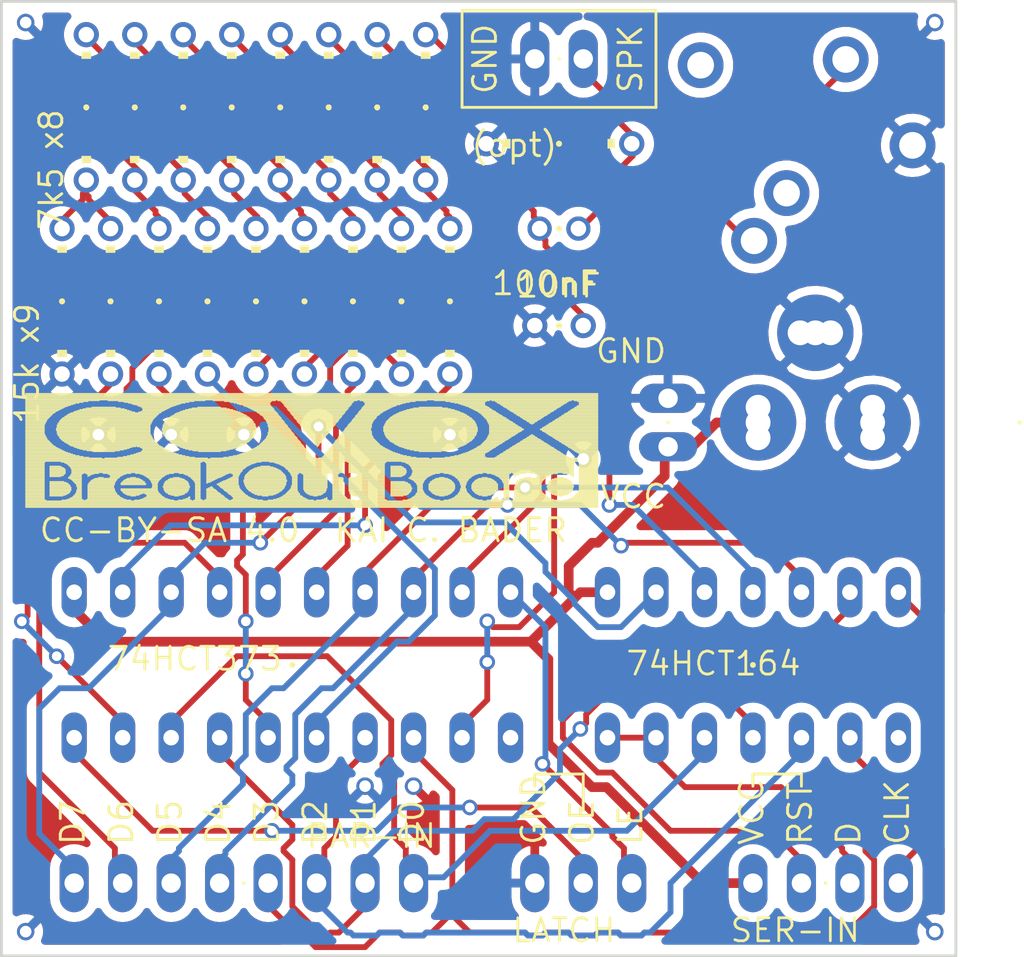
<source format=kicad_pcb>
(kicad_pcb (version 20170123) (host pcbnew no-vcs-found-0e71686~58~ubuntu17.04.1)
  (layers (0 Top signal) (31 Bottom signal) (34 B.Paste user) (35 F.Paste user) (36 B.SilkS user) (37 F.SilkS user) (38 B.Mask user) (39 F.Mask user) (44 Edge.Cuts user))
  (net 0 "")
  (net 1 GND)
  (net 2 VCC)
  (net 3 /AOUT)
  (net 4 /N$32)
  (net 5 /N$25)
  (net 6 /N$24)
  (net 7 /N$23)
  (net 8 /N$22)
  (net 9 /N$30)
  (net 10 /N$20)
  (net 11 /N$21)
  (net 12 /N$19)
  (net 13 /N$18)
  (net 14 /N$31)
  (net 15 /N$16)
  (net 16 /N$15)
  (net 17 /N$14)
  (net 18 /N$13)
  (net 19 /N$12)
  (net 20 /N$27)
  (net 21 /N$11)
  (net 22 /N$9)
  (net 23 /N$10)
  (net 24 /N$8)
  (net 25 /N$26)
  (net 26 "Net-(JP5-Pad5)")
  (net 27 "Net-(JP5-Pad4)")
  (net 28 /N$1)
  (net 29 /N$2)
  (net 30 /N$3)
  (net 31 /N$4)
  (net 32 /N$5)
  (net 33 /N$6)
  (net 34 /N$7)
  (net 35 /N$17)
  (module C025-025X050 (layer Top) (at 152.7111 96.9836 180)
    (fp_text reference C2 hide)
    (fp_text value 10nF (at -2.286 2.794) (layer F.SilkS) (effects (font (size 1.2065 1.2065) (thickness 0.14478)) (justify right top)))
    (pad 2 thru_hole circle (at 1.27 0 180) (size 1.3208 1.3208) (drill 0.8128) (layers *.Cu *.Mask) (net 1 GND))
    (pad 1 thru_hole circle (at -1.27 0 180) (size 1.3208 1.3208) (drill 0.8128) (layers *.Cu *.Mask) (net 3 /AOUT))
  )
  (module E2-4 (layer Top) (at 152.7111 91.9036)
    (fp_text reference C1 hide)
    (fp_text value 100nF (at 2.159 2.159) (layer F.SilkS) (effects (font (size 1.2065 1.2065) (thickness 0.14478)) (justify right top)))
    (pad + thru_hole circle (at -1.016 0) (size 1.27 1.27) (drill 0.8128) (layers *.Cu *.Mask) (net 3 /AOUT))
    (pad - thru_hole circle (at 1.016 0) (size 1.27 1.27) (drill 0.8128) (layers *.Cu *.Mask) (net 4 /N$32))
  )
  (module DIL20 (layer Top) (at 138.7411 114.7636)
    (fp_text reference IC2 hide)
    (fp_text value 74HCT373 (at -9.779 0.381) (layer F.SilkS) (effects (font (size 1.2065 1.2065) (thickness 0.14478)) (justify left bottom)))
    (pad 20 thru_hole oval (at -11.43 -3.81 90) (size 2.6416 1.3208) (drill 0.8128) (layers *.Cu *.Mask))
    (pad 19 thru_hole oval (at -8.89 -3.81 90) (size 2.6416 1.3208) (drill 0.8128) (layers *.Cu *.Mask) (net 16 /N$15))
    (pad 18 thru_hole oval (at -6.35 -3.81 90) (size 2.6416 1.3208) (drill 0.8128) (layers *.Cu *.Mask) (net 5 /N$25))
    (pad 17 thru_hole oval (at -3.81 -3.81 90) (size 2.6416 1.3208) (drill 0.8128) (layers *.Cu *.Mask) (net 6 /N$24))
    (pad 16 thru_hole oval (at -1.27 -3.81 90) (size 2.6416 1.3208) (drill 0.8128) (layers *.Cu *.Mask) (net 17 /N$14))
    (pad 15 thru_hole oval (at 1.27 -3.81 90) (size 2.6416 1.3208) (drill 0.8128) (layers *.Cu *.Mask) (net 18 /N$13))
    (pad 14 thru_hole oval (at 3.81 -3.81 90) (size 2.6416 1.3208) (drill 0.8128) (layers *.Cu *.Mask) (net 7 /N$23))
    (pad 13 thru_hole oval (at 6.35 -3.81 90) (size 2.6416 1.3208) (drill 0.8128) (layers *.Cu *.Mask) (net 8 /N$22))
    (pad 12 thru_hole oval (at 8.89 -3.81 90) (size 2.6416 1.3208) (drill 0.8128) (layers *.Cu *.Mask) (net 19 /N$12))
    (pad 11 thru_hole oval (at 11.43 -3.81 90) (size 2.6416 1.3208) (drill 0.8128) (layers *.Cu *.Mask) (net 20 /N$27))
    (pad 10 thru_hole oval (at 11.43 3.81 90) (size 2.6416 1.3208) (drill 0.8128) (layers *.Cu *.Mask))
    (pad 9 thru_hole oval (at 8.89 3.81 90) (size 2.6416 1.3208) (drill 0.8128) (layers *.Cu *.Mask) (net 21 /N$11))
    (pad 5 thru_hole oval (at -1.27 3.81 90) (size 2.6416 1.3208) (drill 0.8128) (layers *.Cu *.Mask) (net 22 /N$9))
    (pad 6 thru_hole oval (at 1.27 3.81 90) (size 2.6416 1.3208) (drill 0.8128) (layers *.Cu *.Mask) (net 23 /N$10))
    (pad 4 thru_hole oval (at -3.81 3.81 90) (size 2.6416 1.3208) (drill 0.8128) (layers *.Cu *.Mask) (net 12 /N$19))
    (pad 3 thru_hole oval (at -6.35 3.81 90) (size 2.6416 1.3208) (drill 0.8128) (layers *.Cu *.Mask) (net 13 /N$18))
    (pad 8 thru_hole oval (at 6.35 3.81 90) (size 2.6416 1.3208) (drill 0.8128) (layers *.Cu *.Mask) (net 11 /N$21))
    (pad 7 thru_hole oval (at 3.81 3.81 90) (size 2.6416 1.3208) (drill 0.8128) (layers *.Cu *.Mask) (net 10 /N$20))
    (pad 2 thru_hole oval (at -8.89 3.81 90) (size 2.6416 1.3208) (drill 0.8128) (layers *.Cu *.Mask) (net 24 /N$8))
    (pad 1 thru_hole oval (at -11.43 3.81 90) (size 2.6416 1.3208) (drill 0.8128) (layers *.Cu *.Mask) (net 25 /N$26))
  )
  (module 1X08 (layer Top) (at 136.2011 126.1936 180)
    (fp_text reference JP1 hide)
    (fp_text value PAR-IN (at -10.16 3.175) (layer F.SilkS) (effects (font (size 1.2065 1.2065) (thickness 0.14478)) (justify right top)))
    (pad 8 thru_hole oval (at 8.89 0 270) (size 3.048 1.524) (drill 1.016) (layers *.Cu *.Mask) (net 5 /N$25))
    (pad 7 thru_hole oval (at 6.35 0 270) (size 3.048 1.524) (drill 1.016) (layers *.Cu *.Mask) (net 6 /N$24))
    (pad 6 thru_hole oval (at 3.81 0 270) (size 3.048 1.524) (drill 1.016) (layers *.Cu *.Mask) (net 7 /N$23))
    (pad 5 thru_hole oval (at 1.27 0 270) (size 3.048 1.524) (drill 1.016) (layers *.Cu *.Mask) (net 8 /N$22))
    (pad 4 thru_hole oval (at -1.27 0 270) (size 3.048 1.524) (drill 1.016) (layers *.Cu *.Mask) (net 11 /N$21))
    (pad 3 thru_hole oval (at -3.81 0 270) (size 3.048 1.524) (drill 1.016) (layers *.Cu *.Mask) (net 10 /N$20))
    (pad 2 thru_hole oval (at -6.35 0 270) (size 3.048 1.524) (drill 1.016) (layers *.Cu *.Mask) (net 12 /N$19))
    (pad 1 thru_hole oval (at -8.89 0 270) (size 3.048 1.524) (drill 1.016) (layers *.Cu *.Mask) (net 13 /N$18))
  )
  (module 1X02 (layer Top) (at 152.7111 83.0136 180)
    (fp_text reference JP6 hide)
    (fp_text value AUDIO hide)
    (pad 2 thru_hole oval (at 1.27 0 270) (size 3.048 1.524) (drill 1.016) (layers *.Cu *.Mask) (net 1 GND))
    (pad 1 thru_hole oval (at -1.27 0 270) (size 3.048 1.524) (drill 1.016) (layers *.Cu *.Mask) (net 4 /N$32))
  )
  (module 0204%2f7 (layer Top) (at 129.2161 95.7136 90)
    (fp_text reference R2 hide)
    (fp_text value 15k hide)
    (pad 2 thru_hole circle (at 3.81 0 90) (size 1.3208 1.3208) (drill 0.8128) (layers *.Cu *.Mask) (net 28 /N$1))
    (pad 1 thru_hole circle (at -3.81 0 90) (size 1.3208 1.3208) (drill 0.8128) (layers *.Cu *.Mask) (net 24 /N$8))
  )
  (module 0204%2f7 (layer Top) (at 130.4861 85.5536 90)
    (fp_text reference R11 hide)
    (fp_text value 7k5 hide)
    (pad 2 thru_hole circle (at 3.81 0 90) (size 1.3208 1.3208) (drill 0.8128) (layers *.Cu *.Mask) (net 30 /N$3))
    (pad 1 thru_hole circle (at -3.81 0 90) (size 1.3208 1.3208) (drill 0.8128) (layers *.Cu *.Mask) (net 29 /N$2))
  )
  (module 0204%2f7 (layer Top) (at 133.0261 85.5536 90)
    (fp_text reference R12 hide)
    (fp_text value 7k5 hide)
    (pad 2 thru_hole circle (at 3.81 0 90) (size 1.3208 1.3208) (drill 0.8128) (layers *.Cu *.Mask) (net 31 /N$4))
    (pad 1 thru_hole circle (at -3.81 0 90) (size 1.3208 1.3208) (drill 0.8128) (layers *.Cu *.Mask) (net 30 /N$3))
  )
  (module 0204%2f7 (layer Top) (at 135.5661 85.5536 90)
    (fp_text reference R13 hide)
    (fp_text value 7k5 hide)
    (pad 2 thru_hole circle (at 3.81 0 90) (size 1.3208 1.3208) (drill 0.8128) (layers *.Cu *.Mask) (net 32 /N$5))
    (pad 1 thru_hole circle (at -3.81 0 90) (size 1.3208 1.3208) (drill 0.8128) (layers *.Cu *.Mask) (net 31 /N$4))
  )
  (module 0204%2f7 (layer Top) (at 138.1061 85.5536 90)
    (fp_text reference R14 hide)
    (fp_text value 7k5 hide)
    (pad 2 thru_hole circle (at 3.81 0 90) (size 1.3208 1.3208) (drill 0.8128) (layers *.Cu *.Mask) (net 33 /N$6))
    (pad 1 thru_hole circle (at -3.81 0 90) (size 1.3208 1.3208) (drill 0.8128) (layers *.Cu *.Mask) (net 32 /N$5))
  )
  (module 0204%2f7 (layer Top) (at 140.6461 85.5536 90)
    (fp_text reference R15 hide)
    (fp_text value 7k5 hide)
    (pad 2 thru_hole circle (at 3.81 0 90) (size 1.3208 1.3208) (drill 0.8128) (layers *.Cu *.Mask) (net 34 /N$7))
    (pad 1 thru_hole circle (at -3.81 0 90) (size 1.3208 1.3208) (drill 0.8128) (layers *.Cu *.Mask) (net 33 /N$6))
  )
  (module 0204%2f7 (layer Top) (at 143.1861 85.5536 90)
    (fp_text reference R16 hide)
    (fp_text value 7k5 hide)
    (pad 2 thru_hole circle (at 3.81 0 90) (size 1.3208 1.3208) (drill 0.8128) (layers *.Cu *.Mask) (net 35 /N$17))
    (pad 1 thru_hole circle (at -3.81 0 90) (size 1.3208 1.3208) (drill 0.8128) (layers *.Cu *.Mask) (net 34 /N$7))
  )
  (module 0204%2f7 (layer Top) (at 145.7261 85.5536 90)
    (fp_text reference R17 hide)
    (fp_text value 7k5 hide)
    (pad 2 thru_hole circle (at 3.81 0 90) (size 1.3208 1.3208) (drill 0.8128) (layers *.Cu *.Mask) (net 3 /AOUT))
    (pad 1 thru_hole circle (at -3.81 0 90) (size 1.3208 1.3208) (drill 0.8128) (layers *.Cu *.Mask) (net 35 /N$17))
  )
  (module 0204%2f7 (layer Top) (at 126.6761 95.7136 90)
    (fp_text reference R1 hide)
    (fp_text value 15k hide)
    (pad 2 thru_hole circle (at 3.81 0 90) (size 1.3208 1.3208) (drill 0.8128) (layers *.Cu *.Mask) (net 28 /N$1))
    (pad 1 thru_hole circle (at -3.81 0 90) (size 1.3208 1.3208) (drill 0.8128) (layers *.Cu *.Mask) (net 1 GND))
  )
  (module 0204%2f7 (layer Top) (at 131.7561 95.7136 90)
    (fp_text reference R3 hide)
    (fp_text value 15k hide)
    (pad 2 thru_hole circle (at 3.81 0 90) (size 1.3208 1.3208) (drill 0.8128) (layers *.Cu *.Mask) (net 29 /N$2))
    (pad 1 thru_hole circle (at -3.81 0 90) (size 1.3208 1.3208) (drill 0.8128) (layers *.Cu *.Mask) (net 22 /N$9))
  )
  (module 0204%2f7 (layer Top) (at 134.2961 95.7136 90)
    (fp_text reference R4 hide)
    (fp_text value 15k hide)
    (pad 2 thru_hole circle (at 3.81 0 90) (size 1.3208 1.3208) (drill 0.8128) (layers *.Cu *.Mask) (net 30 /N$3))
    (pad 1 thru_hole circle (at -3.81 0 90) (size 1.3208 1.3208) (drill 0.8128) (layers *.Cu *.Mask) (net 23 /N$10))
  )
  (module 0204%2f7 (layer Top) (at 136.8361 95.7136 90)
    (fp_text reference R5 hide)
    (fp_text value 15k hide)
    (pad 2 thru_hole circle (at 3.81 0 90) (size 1.3208 1.3208) (drill 0.8128) (layers *.Cu *.Mask) (net 31 /N$4))
    (pad 1 thru_hole circle (at -3.81 0 90) (size 1.3208 1.3208) (drill 0.8128) (layers *.Cu *.Mask) (net 21 /N$11))
  )
  (module 0204%2f7 (layer Top) (at 139.3761 95.7136 90)
    (fp_text reference R6 hide)
    (fp_text value 15k hide)
    (pad 2 thru_hole circle (at 3.81 0 90) (size 1.3208 1.3208) (drill 0.8128) (layers *.Cu *.Mask) (net 32 /N$5))
    (pad 1 thru_hole circle (at -3.81 0 90) (size 1.3208 1.3208) (drill 0.8128) (layers *.Cu *.Mask) (net 19 /N$12))
  )
  (module 0204%2f7 (layer Top) (at 141.9161 95.7136 90)
    (fp_text reference R7 hide)
    (fp_text value 15k hide)
    (pad 2 thru_hole circle (at 3.81 0 90) (size 1.3208 1.3208) (drill 0.8128) (layers *.Cu *.Mask) (net 33 /N$6))
    (pad 1 thru_hole circle (at -3.81 0 90) (size 1.3208 1.3208) (drill 0.8128) (layers *.Cu *.Mask) (net 18 /N$13))
  )
  (module 0204%2f7 (layer Top) (at 144.4561 95.7136 90)
    (fp_text reference R8 hide)
    (fp_text value 15k hide)
    (pad 2 thru_hole circle (at 3.81 0 90) (size 1.3208 1.3208) (drill 0.8128) (layers *.Cu *.Mask) (net 34 /N$7))
    (pad 1 thru_hole circle (at -3.81 0 90) (size 1.3208 1.3208) (drill 0.8128) (layers *.Cu *.Mask) (net 17 /N$14))
  )
  (module 0204%2f7 (layer Top) (at 146.9961 95.7136 90)
    (fp_text reference R9 hide)
    (fp_text value 15k hide)
    (pad 2 thru_hole circle (at 3.81 0 90) (size 1.3208 1.3208) (drill 0.8128) (layers *.Cu *.Mask) (net 35 /N$17))
    (pad 1 thru_hole circle (at -3.81 0 90) (size 1.3208 1.3208) (drill 0.8128) (layers *.Cu *.Mask) (net 16 /N$15))
  )
  (module 0204%2f7 (layer Top) (at 127.9461 85.5536 90)
    (fp_text reference R10 hide)
    (fp_text value 7k5 hide)
    (pad 2 thru_hole circle (at 3.81 0 90) (size 1.3208 1.3208) (drill 0.8128) (layers *.Cu *.Mask) (net 29 /N$2))
    (pad 1 thru_hole circle (at -3.81 0 90) (size 1.3208 1.3208) (drill 0.8128) (layers *.Cu *.Mask) (net 28 /N$1))
  )
  (module DIL14 (layer Top) (at 162.8711 114.7636)
    (fp_text reference IC1 hide)
    (fp_text value 74HCT164 (at -6.731 0.635) (layer F.SilkS) (effects (font (size 1.2065 1.2065) (thickness 0.14478)) (justify left bottom)))
    (pad 14 thru_hole oval (at -7.62 -3.81 90) (size 2.6416 1.3208) (drill 0.8128) (layers *.Cu *.Mask))
    (pad 13 thru_hole oval (at -5.08 -3.81 90) (size 2.6416 1.3208) (drill 0.8128) (layers *.Cu *.Mask) (net 5 /N$25))
    (pad 12 thru_hole oval (at -2.54 -3.81 90) (size 2.6416 1.3208) (drill 0.8128) (layers *.Cu *.Mask) (net 6 /N$24))
    (pad 11 thru_hole oval (at 0 -3.81 90) (size 2.6416 1.3208) (drill 0.8128) (layers *.Cu *.Mask) (net 7 /N$23))
    (pad 10 thru_hole oval (at 2.54 -3.81 90) (size 2.6416 1.3208) (drill 0.8128) (layers *.Cu *.Mask) (net 8 /N$22))
    (pad 9 thru_hole oval (at 5.08 -3.81 90) (size 2.6416 1.3208) (drill 0.8128) (layers *.Cu *.Mask) (net 9 /N$30))
    (pad 5 thru_hole oval (at 2.54 3.81 90) (size 2.6416 1.3208) (drill 0.8128) (layers *.Cu *.Mask) (net 10 /N$20))
    (pad 6 thru_hole oval (at 5.08 3.81 90) (size 2.6416 1.3208) (drill 0.8128) (layers *.Cu *.Mask) (net 11 /N$21))
    (pad 4 thru_hole oval (at 0 3.81 90) (size 2.6416 1.3208) (drill 0.8128) (layers *.Cu *.Mask) (net 12 /N$19))
    (pad 3 thru_hole oval (at -2.54 3.81 90) (size 2.6416 1.3208) (drill 0.8128) (layers *.Cu *.Mask) (net 13 /N$18))
    (pad 8 thru_hole oval (at 7.62 -3.81 90) (size 2.6416 1.3208) (drill 0.8128) (layers *.Cu *.Mask) (net 14 /N$31))
    (pad 7 thru_hole oval (at 7.62 3.81 90) (size 2.6416 1.3208) (drill 0.8128) (layers *.Cu *.Mask))
    (pad 2 thru_hole oval (at -5.08 3.81 90) (size 2.6416 1.3208) (drill 0.8128) (layers *.Cu *.Mask) (net 15 /N$16))
    (pad 1 thru_hole oval (at -7.62 3.81 90) (size 2.6416 1.3208) (drill 0.8128) (layers *.Cu *.Mask) (net 15 /N$16))
  )
  (module 0204%2f7 (layer Top) (at 152.7111 87.4586)
    (fp_text reference R18 hide)
    (fp_text value "47k (optional)" hide)
    (pad 2 thru_hole circle (at 3.81 0) (size 1.3208 1.3208) (drill 0.8128) (layers *.Cu *.Mask) (net 4 /N$32))
    (pad 1 thru_hole circle (at -3.81 0) (size 1.3208 1.3208) (drill 0.8128) (layers *.Cu *.Mask) (net 1 GND))
  )
  (module COVOX_LOGO_600 (layer Top) (at 124.7711 106.5086)
    (fp_text reference U$2 hide)
    (fp_text value "" hide)
  )
  (module AUDIO-JACK-3.5MM (layer Top) (at 173.0311 81.7436 180)
    (fp_text reference JP5 hide)
    (fp_text value AUDIO hide)
    (pad 3 thru_hole circle (at 10.1 -10.8 180) (size 2.4 2.4) (drill 1.4) (layers *.Cu *.Mask) (net 4 /N$32))
    (pad 5 thru_hole circle (at 8.4 -8.3 180) (size 2.4 2.4) (drill 1.4) (layers *.Cu *.Mask) (net 26 "Net-(JP5-Pad5)"))
    (pad 4 thru_hole circle (at 12.9 -1.6 180) (size 2.4 2.4) (drill 1.4) (layers *.Cu *.Mask) (net 27 "Net-(JP5-Pad4)"))
    (pad 2 thru_hole circle (at 5.3 -1.3 180) (size 2.4 2.4) (drill 1.4) (layers *.Cu *.Mask) (net 4 /N$32))
    (pad 1 thru_hole circle (at 1.8 -5.8 180) (size 2.4 2.4) (drill 1.4) (layers *.Cu *.Mask) (net 1 GND))
  )
  (module 1X02 (layer Top) (at 158.4261 102.0636 90)
    (fp_text reference JP4 hide)
    (fp_text value PWR hide)
    (pad 2 thru_hole oval (at 1.27 0 180) (size 3.048 1.524) (drill 1.016) (layers *.Cu *.Mask) (net 1 GND))
    (pad 1 thru_hole oval (at -1.27 0 180) (size 3.048 1.524) (drill 1.016) (layers *.Cu *.Mask) (net 2 VCC))
  )
  (module 1X03 (layer Top) (at 153.9811 126.1936)
    (fp_text reference JP2 hide)
    (fp_text value LATCH (at -3.81 3.175) (layer F.SilkS) (effects (font (size 1.2065 1.2065) (thickness 0.14478)) (justify left bottom)))
    (pad 3 thru_hole oval (at 2.54 0 90) (size 3.048 1.524) (drill 1.016) (layers *.Cu *.Mask) (net 20 /N$27))
    (pad 2 thru_hole oval (at 0 0 90) (size 3.048 1.524) (drill 1.016) (layers *.Cu *.Mask) (net 25 /N$26))
    (pad 1 thru_hole oval (at -2.54 0 90) (size 3.048 1.524) (drill 1.016) (layers *.Cu *.Mask) (net 1 GND))
  )
  (module 1X04 (layer Top) (at 166.6811 126.1936)
    (fp_text reference JP3 hide)
    (fp_text value SER-IN (at -5.08 3.175) (layer F.SilkS) (effects (font (size 1.2065 1.2065) (thickness 0.14478)) (justify left bottom)))
    (pad 4 thru_hole oval (at 3.81 0 90) (size 3.048 1.524) (drill 1.016) (layers *.Cu *.Mask) (net 14 /N$31))
    (pad 3 thru_hole oval (at 1.27 0 90) (size 3.048 1.524) (drill 1.016) (layers *.Cu *.Mask) (net 15 /N$16))
    (pad 2 thru_hole oval (at -1.27 0 90) (size 3.048 1.524) (drill 1.016) (layers *.Cu *.Mask) (net 9 /N$30))
    (pad 1 thru_hole oval (at -3.81 0 90) (size 3.048 1.524) (drill 1.016) (layers *.Cu *.Mask) (net 2 VCC))
  )
  (module POWERJACK_SLOT (layer Top) (at 176.8411 102.0636 90)
    (fp_text reference CN1 hide)
    (fp_text value POWERJACK hide)
    (pad GND@ thru_hole circle (at 0.8 -7.7 90) (size 1.5 1.5) (drill 1.3) (layers *.Cu *.Mask) (net 1 GND))
    (pad GNDB thru_hole circle (at 4.7 -9.9 90) (size 1.5 1.5) (drill 1.3) (layers *.Cu *.Mask) (net 1 GND))
    (pad GNDB thru_hole circle (at 4.7 -11.5 90) (size 1.5 1.5) (drill 1.3) (layers *.Cu *.Mask) (net 1 GND))
    (pad PWR@ thru_hole circle (at -0.8 -13.7 90) (size 1.5 1.5) (drill 1.3) (layers *.Cu *.Mask) (net 2 VCC))
    (pad PWR@ thru_hole circle (at 0.8 -13.7 90) (size 1.5 1.5) (drill 1.3) (layers *.Cu *.Mask) (net 2 VCC))
    (pad GND@ thru_hole circle (at -0.8 -7.7 90) (size 1.5 1.5) (drill 1.3) (layers *.Cu *.Mask) (net 1 GND))
    (pad GNDB thru_hole circle (at 4.7 -10.7 180) (size 4 4) (drill 1.3) (layers *.Cu *.Mask) (net 1 GND))
    (pad GND@ thru_hole circle (at 0 -7.7 90) (size 4 4) (drill 1.3) (layers *.Cu *.Mask) (net 1 GND))
    (pad PWR@ thru_hole circle (at 0 -13.7 90) (size 4 4) (drill 1.3) (layers *.Cu *.Mask) (net 2 VCC))
  )
  (module VPAC0 (layer Top) (at 124.7711 81.1086)
    (fp_text reference VP_0 hide)
    (fp_text value VPDEV0 hide)
    (pad VP thru_hole circle (at 0 0) (size 0.9144 0.9144) (drill 0.6096) (layers *.Cu *.Mask) (net 1 GND))
  )
  (module VPAC0 (layer Top) (at 172.3961 81.1086)
    (fp_text reference VP_1 hide)
    (fp_text value VPDEV0 hide)
    (pad VP thru_hole circle (at 0 0) (size 0.9144 0.9144) (drill 0.6096) (layers *.Cu *.Mask) (net 1 GND))
  )
  (module VPAC0 (layer Top) (at 172.3961 128.7336)
    (fp_text reference VP_2 hide)
    (fp_text value VPDEV0 hide)
    (pad VP thru_hole circle (at 0 0) (size 0.9144 0.9144) (drill 0.6096) (layers *.Cu *.Mask) (net 1 GND))
  )
  (module VPAC0 (layer Top) (at 124.7711 128.7336)
    (fp_text reference VP_3 hide)
    (fp_text value VPDEV0 hide)
    (pad VP thru_hole circle (at 0 0) (size 0.9144 0.9144) (drill 0.6096) (layers *.Cu *.Mask) (net 1 GND))
  )
  (module VPAC0 (layer Top) (at 128.5811 102.6986)
    (fp_text reference VP_4 hide)
    (fp_text value VPDEV0 hide)
    (pad VP thru_hole circle (at 0 0) (size 0.9144 0.9144) (drill 0.6096) (layers *.Cu *.Mask) (net 1 GND))
  )
  (module VPAC0 (layer Top) (at 132.3911 102.6986)
    (fp_text reference VP_5 hide)
    (fp_text value VPDEV0 hide)
    (pad VP thru_hole circle (at 0 0) (size 0.9144 0.9144) (drill 0.6096) (layers *.Cu *.Mask) (net 1 GND))
  )
  (module VPAC0 (layer Top) (at 136.2011 102.6986)
    (fp_text reference VP_6 hide)
    (fp_text value VPDEV0 hide)
    (pad VP thru_hole circle (at 0 0) (size 0.9144 0.9144) (drill 0.6096) (layers *.Cu *.Mask) (net 1 GND))
  )
  (module VPAC0 (layer Top) (at 146.9961 102.6986)
    (fp_text reference VP_7 hide)
    (fp_text value VPDEV0 hide)
    (pad VP thru_hole circle (at 0 0) (size 0.9144 0.9144) (drill 0.6096) (layers *.Cu *.Mask) (net 1 GND))
  )
  (module VPAC0 (layer Top) (at 153.9811 103.9686)
    (fp_text reference VP_8 hide)
    (fp_text value VPDEV0 hide)
    (pad VP thru_hole circle (at 0 0) (size 0.9144 0.9144) (drill 0.6096) (layers *.Cu *.Mask) (net 1 GND))
  )
  (module VPAC0 (layer Top) (at 142.5511 121.1136)
    (fp_text reference VP_9 hide)
    (fp_text value VPDEV0 hide)
    (pad VP thru_hole circle (at 0 0) (size 0.9144 0.9144) (drill 0.6096) (layers *.Cu *.Mask) (net 1 GND))
  )
  (module VPAC0 (layer Top) (at 145.0911 121.1136)
    (fp_text reference VP_10 hide)
    (fp_text value VPDEV0 hide)
    (pad VP thru_hole circle (at 0 0) (size 0.9144 0.9144) (drill 0.6096) (layers *.Cu *.Mask) (net 1 GND))
  )
  (gr_line (start 123.5011 130.0036) (end 173.5011 130.0036) (layer Edge.Cuts) (width 0.15))
  (gr_line (start 173.5011 130.0036) (end 173.5011 80.0036) (layer Edge.Cuts) (width 0.15))
  (gr_line (start 173.5011 80.0036) (end 123.5011 80.0036) (layer Edge.Cuts) (width 0.15))
  (gr_line (start 123.5011 80.0036) (end 123.5011 130.0036) (layer Edge.Cuts) (width 0.15))
  (gr_text "CC-BY-SA 4.0  KAI C. BADER" (at 125.4061 108.4136) (layer F.SilkS) (effects (font (size 1.2065 1.2065) (thickness 0.1524)) (justify left bottom)))
  (gr_text "7k5 x8" (at 125.4061 85.5536 90) (layer F.SilkS) (effects (font (size 1.2065 1.2065) (thickness 0.1524)) (justify right top)))
  (gr_text "15k x9" (at 124.1361 95.7136 90) (layer F.SilkS) (effects (font (size 1.2065 1.2065) (thickness 0.1524)) (justify right top)))
  (gr_text RST (at 166.0461 124.2886 90) (layer F.SilkS) (effects (font (size 1.2065 1.2065) (thickness 0.1524)) (justify left bottom)))
  (gr_text VCC (at 163.5061 124.2886 90) (layer F.SilkS) (effects (font (size 1.2065 1.2065) (thickness 0.1524)) (justify left bottom)))
  (gr_text CLK (at 171.1261 124.2886 90) (layer F.SilkS) (effects (font (size 1.2065 1.2065) (thickness 0.1524)) (justify left bottom)))
  (gr_text D (at 168.5861 124.2886 90) (layer F.SilkS) (effects (font (size 1.2065 1.2065) (thickness 0.1524)) (justify left bottom)))
  (gr_text LE (at 157.1561 124.2886 90) (layer F.SilkS) (effects (font (size 1.2065 1.2065) (thickness 0.1524)) (justify left bottom)))
  (gr_text OE (at 154.6161 124.2886 90) (layer F.SilkS) (effects (font (size 1.2065 1.2065) (thickness 0.1524)) (justify left bottom)))
  (gr_text D0 (at 145.7261 124.2886 90) (layer F.SilkS) (effects (font (size 1.2065 1.2065) (thickness 0.1524)) (justify left bottom)))
  (gr_text D1 (at 143.1861 124.2886 90) (layer F.SilkS) (effects (font (size 1.2065 1.2065) (thickness 0.1524)) (justify left bottom)))
  (gr_text D2 (at 140.6461 124.2886 90) (layer F.SilkS) (effects (font (size 1.2065 1.2065) (thickness 0.1524)) (justify left bottom)))
  (gr_text D3 (at 138.1061 124.2886 90) (layer F.SilkS) (effects (font (size 1.2065 1.2065) (thickness 0.1524)) (justify left bottom)))
  (gr_text D4 (at 135.5661 124.2886 90) (layer F.SilkS) (effects (font (size 1.2065 1.2065) (thickness 0.1524)) (justify left bottom)))
  (gr_text D5 (at 133.0261 124.2886 90) (layer F.SilkS) (effects (font (size 1.2065 1.2065) (thickness 0.1524)) (justify left bottom)))
  (gr_text D6 (at 130.4861 124.2886 90) (layer F.SilkS) (effects (font (size 1.2065 1.2065) (thickness 0.1524)) (justify left bottom)))
  (gr_text D7 (at 127.9461 124.2886 90) (layer F.SilkS) (effects (font (size 1.2065 1.2065) (thickness 0.1524)) (justify left bottom)))
  (gr_text "(opt)" (at 152.7111 86.8236) (layer F.SilkS) (effects (font (size 1.2065 1.2065) (thickness 0.1524)) (justify right top)))
  (gr_line (start 165.4111 121.1136) (end 165.4111 120.4786) (layer F.SilkS) (width 0.15))
  (gr_line (start 165.4111 120.4786) (end 162.8711 120.4786) (layer F.SilkS) (width 0.15))
  (gr_line (start 162.8711 120.4786) (end 162.8711 121.1136) (layer F.SilkS) (width 0.15))
  (gr_text SPK (at 157.1561 83.0136 90) (layer F.SilkS) (effects (font (size 1.2065 1.2065) (thickness 0.1524)) (justify bottom)))
  (gr_text GND (at 149.5361 83.0136 90) (layer F.SilkS) (effects (font (size 1.2065 1.2065) (thickness 0.1524)) (justify bottom)))
  (gr_text VCC (at 158.4261 105.2386) (layer F.SilkS) (effects (font (size 1.2065 1.2065) (thickness 0.1524)) (justify right top)))
  (gr_text GND (at 152.0761 124.2886 90) (layer F.SilkS) (effects (font (size 1.2065 1.2065) (thickness 0.1524)) (justify left bottom)))
  (gr_line (start 157.7911 85.5536) (end 147.6311 85.5536) (layer F.SilkS) (width 0.15))
  (gr_line (start 147.6311 85.5536) (end 147.6311 80.4736) (layer F.SilkS) (width 0.15))
  (gr_line (start 147.6311 80.4736) (end 157.7911 80.4736) (layer F.SilkS) (width 0.15))
  (gr_line (start 157.7911 80.4736) (end 157.7911 85.5536) (layer F.SilkS) (width 0.15))
  (gr_line (start 151.4411 121.1136) (end 151.4411 120.4786) (layer F.SilkS) (width 0.15))
  (gr_line (start 151.4411 120.4786) (end 153.9811 120.4786) (layer F.SilkS) (width 0.15))
  (gr_line (start 153.9811 120.4786) (end 153.9811 122.3836) (layer F.SilkS) (width 0.15))
  (gr_text GND (at 158.4261 97.6186) (layer F.SilkS) (effects (font (size 1.2065 1.2065) (thickness 0.1524)) (justify right top)))
  (segment (start 127.3111 111.868) (end 127.3111 110.9536) (width 0.508) (layer Top) (net 2))
  (segment (start 128.9875 113.5444) (end 127.3111 111.868) (width 0.508) (layer Top) (net 2))
  (segment (start 151.2379 113.5444) (end 128.9875 113.5444) (width 0.508) (layer Top) (net 2))
  (segment (start 153.8287 110.9536) (end 153.5239 111.2584) (width 0.508) (layer Top) (net 2))
  (segment (start 153.5239 111.2584) (end 151.2379 113.5444) (width 0.508) (layer Top) (net 2))
  (segment (start 155.2511 110.9536) (end 153.8287 110.9536) (width 0.508) (layer Top) (net 2))
  (segment (start 160.2295 126.1936) (end 162.8711 126.1936) (width 0.508) (layer Top) (net 2))
  (segment (start 155.2003 121.1644) (end 160.2295 126.1936) (width 0.508) (layer Top) (net 2))
  (segment (start 154.4383 121.1644) (end 155.2003 121.1644) (width 0.508) (layer Top) (net 2))
  (segment (start 152.1523 118.8784) (end 154.4383 121.1644) (width 0.508) (layer Top) (net 2))
  (segment (start 152.1523 114.4588) (end 152.1523 118.8784) (width 0.508) (layer Top) (net 2))
  (segment (start 151.2379 113.5444) (end 152.1523 114.4588) (width 0.508) (layer Top) (net 2))
  (segment (start 158.2483 104.8576) (end 158.2483 103.486) (width 0.508) (layer Top) (net 2))
  (segment (start 154.7431 108.3628) (end 158.2483 104.8576) (width 0.508) (layer Top) (net 2))
  (segment (start 154.4383 108.3628) (end 154.7431 108.3628) (width 0.508) (layer Top) (net 2))
  (segment (start 153.2191 109.582) (end 154.4383 108.3628) (width 0.508) (layer Top) (net 2))
  (segment (start 153.2191 110.9536) (end 153.2191 109.582) (width 0.508) (layer Top) (net 2))
  (segment (start 158.2483 103.486) (end 158.4261 103.3336) (width 0.508) (layer Top) (net 2))
  (segment (start 153.2191 110.9536) (end 153.5239 111.2584) (width 0.508) (layer Top) (net 2))
  (segment (start 158.4261 103.3336) (end 159.6961 103.3336) (width 0.508) (layer Top) (net 2))
  (segment (start 159.6961 103.3336) (end 160.9661 102.0636) (width 0.508) (layer Top) (net 2))
  (segment (start 160.9661 102.0636) (end 163.1411 102.0636) (width 0.508) (layer Top) (net 2))
  (segment (start 163.1411 102.0636) (end 163.1411 101.2636) (width 0.508) (layer Top) (net 2))
  (segment (start 163.1411 102.0636) (end 163.1411 102.8636) (width 0.508) (layer Top) (net 2))
  (segment (start 153.9811 96.4756) (end 153.9811 96.9836) (width 0.3048) (layer Top) (net 3))
  (segment (start 152.6095 95.104) (end 153.9811 96.4756) (width 0.3048) (layer Top) (net 3))
  (segment (start 152.6095 93.4276) (end 152.6095 95.104) (width 0.3048) (layer Top) (net 3))
  (segment (start 151.9999 92.818) (end 152.6095 93.4276) (width 0.3048) (layer Top) (net 3))
  (segment (start 151.9999 92.5132) (end 151.9999 92.818) (width 0.3048) (layer Top) (net 3))
  (segment (start 151.6951 92.2084) (end 151.9999 92.5132) (width 0.3048) (layer Top) (net 3))
  (segment (start 151.6951 91.9036) (end 151.6951 92.2084) (width 0.3048) (layer Top) (net 3))
  (segment (start 146.0563 81.8452) (end 145.7515 81.8452) (width 0.3048) (layer Top) (net 3))
  (segment (start 150.7807 86.5696) (end 146.0563 81.8452) (width 0.3048) (layer Top) (net 3))
  (segment (start 150.7807 90.3796) (end 150.7807 86.5696) (width 0.3048) (layer Top) (net 3))
  (segment (start 151.3903 90.9892) (end 150.7807 90.3796) (width 0.3048) (layer Top) (net 3))
  (segment (start 151.3903 91.294) (end 151.3903 90.9892) (width 0.3048) (layer Top) (net 3))
  (segment (start 151.6951 91.5988) (end 151.3903 91.294) (width 0.3048) (layer Top) (net 3))
  (segment (start 151.6951 91.9036) (end 151.6951 91.5988) (width 0.3048) (layer Top) (net 3))
  (segment (start 145.7515 81.8452) (end 145.7261 81.7436) (width 0.3048) (layer Top) (net 3))
  (segment (start 155.5051 90.2272) (end 155.4289 90.3034) (width 0.3048) (layer Top) (net 4))
  (segment (start 155.4289 90.3034) (end 153.8287 91.9036) (width 0.3048) (layer Top) (net 4))
  (segment (start 155.5051 89.1604) (end 155.5051 90.2272) (width 0.3048) (layer Top) (net 4))
  (segment (start 156.5719 88.0936) (end 155.5051 89.1604) (width 0.3048) (layer Top) (net 4))
  (segment (start 156.5719 87.484) (end 156.5719 88.0936) (width 0.3048) (layer Top) (net 4))
  (segment (start 153.8287 91.9036) (end 153.7271 91.9036) (width 0.3048) (layer Top) (net 4))
  (segment (start 156.5719 87.484) (end 156.5211 87.4586) (width 0.3048) (layer Top) (net 4))
  (segment (start 153.9811 83.674) (end 153.9811 83.0136) (width 0.3048) (layer Top) (net 4))
  (segment (start 155.3527 85.0456) (end 153.9811 83.674) (width 0.3048) (layer Top) (net 4))
  (segment (start 155.3527 85.8076) (end 155.3527 85.0456) (width 0.3048) (layer Top) (net 4))
  (segment (start 156.4195 86.8744) (end 155.3527 85.8076) (width 0.3048) (layer Top) (net 4))
  (segment (start 156.4195 87.3316) (end 156.4195 86.8744) (width 0.3048) (layer Top) (net 4))
  (segment (start 156.4195 87.3316) (end 156.5211 87.4586) (width 0.3048) (layer Top) (net 4))
  (segment (start 162.5155 92.5132) (end 162.8203 92.5132) (width 0.3048) (layer Top) (net 4))
  (segment (start 160.3819 90.3796) (end 160.6105 90.6082) (width 0.3048) (layer Top) (net 4))
  (segment (start 160.6105 90.6082) (end 162.5155 92.5132) (width 0.3048) (layer Top) (net 4))
  (segment (start 155.5051 90.3796) (end 160.3819 90.3796) (width 0.3048) (layer Top) (net 4))
  (segment (start 162.8203 92.5132) (end 162.9311 92.5436) (width 0.3048) (layer Top) (net 4))
  (segment (start 155.5051 90.3796) (end 155.4289 90.3034) (width 0.3048) (layer Top) (net 4))
  (segment (start 167.6971 83.5216) (end 167.6971 83.0644) (width 0.3048) (layer Top) (net 4))
  (segment (start 160.6105 90.6082) (end 167.6971 83.5216) (width 0.3048) (layer Top) (net 4))
  (segment (start 167.6971 83.0644) (end 167.7311 83.0436) (width 0.3048) (layer Top) (net 4))
  (segment (start 132.3403 111.7156) (end 132.3403 110.9536) (width 0.3048) (layer Bottom) (net 5))
  (segment (start 128.0731 115.9828) (end 132.3403 111.7156) (width 0.3048) (layer Bottom) (net 5))
  (segment (start 126.5491 115.9828) (end 128.0731 115.9828) (width 0.3048) (layer Bottom) (net 5))
  (segment (start 125.4823 117.0496) (end 126.5491 115.9828) (width 0.3048) (layer Bottom) (net 5))
  (segment (start 125.4823 123.6028) (end 125.4823 117.0496) (width 0.3048) (layer Bottom) (net 5))
  (segment (start 127.3111 125.4316) (end 125.4823 123.6028) (width 0.3048) (layer Bottom) (net 5))
  (segment (start 127.3111 126.1936) (end 127.3111 125.4316) (width 0.3048) (layer Bottom) (net 5))
  (segment (start 132.3403 110.9536) (end 132.3911 110.9536) (width 0.3048) (layer Bottom) (net 5))
  (segment (start 155.9623 112.7824) (end 157.7911 110.9536) (width 0.3048) (layer Bottom) (net 5))
  (segment (start 154.7431 112.7824) (end 155.9623 112.7824) (width 0.3048) (layer Bottom) (net 5))
  (segment (start 153.5239 111.5632) (end 154.7431 112.7824) (width 0.3048) (layer Bottom) (net 5))
  (segment (start 153.5239 111.4108) (end 153.5239 111.5632) (width 0.3048) (layer Bottom) (net 5))
  (segment (start 151.9999 109.8868) (end 153.5239 111.4108) (width 0.3048) (layer Bottom) (net 5))
  (segment (start 151.9999 109.4296) (end 151.9999 109.8868) (width 0.3048) (layer Bottom) (net 5))
  (segment (start 149.8663 107.296) (end 151.9999 109.4296) (width 0.3048) (layer Bottom) (net 5))
  (segment (start 145.1419 107.296) (end 149.8663 107.296) (width 0.3048) (layer Bottom) (net 5))
  (segment (start 140.1127 102.2668) (end 145.1419 107.296) (width 0.3048) (layer Bottom) (net 5))
  (segment (start 140.1127 105.3148) (end 140.1127 102.2668) (width 0.3048) (layer Top) (net 5))
  (segment (start 137.0647 108.3628) (end 140.1127 105.3148) (width 0.3048) (layer Top) (net 5))
  (segment (start 134.1691 108.3628) (end 137.0647 108.3628) (width 0.3048) (layer Bottom) (net 5))
  (segment (start 132.4927 110.0392) (end 134.1691 108.3628) (width 0.3048) (layer Bottom) (net 5))
  (segment (start 132.4927 110.9536) (end 132.4927 110.0392) (width 0.3048) (layer Bottom) (net 5))
  (segment (start 132.4927 110.9536) (end 132.3911 110.9536) (width 0.3048) (layer Bottom) (net 5))
  (via (at 140.1127 102.2668) (size 0.8128) (drill 0.508) (layers Top Bottom) (net 5))
  (via (at 137.0647 108.3628) (size 0.8128) (drill 0.508) (layers Top Bottom) (net 5))
  (segment (start 134.9311 110.1916) (end 134.9311 110.9536) (width 0.3048) (layer Top) (net 6))
  (segment (start 133.1023 108.3628) (end 134.9311 110.1916) (width 0.3048) (layer Top) (net 6))
  (segment (start 126.5491 108.3628) (end 130.3591 108.3628) (width 0.3048) (layer Top) (net 6))
  (segment (start 130.3591 108.3628) (end 133.1023 108.3628) (width 0.3048) (layer Top) (net 6))
  (segment (start 125.4823 109.4296) (end 126.5491 108.3628) (width 0.3048) (layer Top) (net 6))
  (segment (start 125.4823 120.4024) (end 125.4823 109.4296) (width 0.3048) (layer Top) (net 6))
  (segment (start 129.4447 124.3648) (end 125.4823 120.4024) (width 0.3048) (layer Top) (net 6))
  (segment (start 129.4447 124.822) (end 129.4447 124.3648) (width 0.3048) (layer Top) (net 6))
  (segment (start 129.7495 125.1268) (end 129.4447 124.822) (width 0.3048) (layer Top) (net 6))
  (segment (start 129.7495 126.1936) (end 129.7495 125.1268) (width 0.3048) (layer Top) (net 6))
  (segment (start 129.7495 126.1936) (end 129.8511 126.1936) (width 0.3048) (layer Top) (net 6))
  (segment (start 160.2295 110.0392) (end 160.2295 110.9536) (width 0.3048) (layer Bottom) (net 6))
  (segment (start 156.5719 106.3816) (end 160.2295 110.0392) (width 0.3048) (layer Bottom) (net 6))
  (segment (start 155.3527 106.3816) (end 156.5719 106.3816) (width 0.3048) (layer Bottom) (net 6))
  (segment (start 155.3527 103.3336) (end 155.3527 106.3816) (width 0.3048) (layer Top) (net 6))
  (segment (start 147.8851 95.866) (end 155.3527 103.3336) (width 0.3048) (layer Top) (net 6))
  (segment (start 133.7119 95.866) (end 147.8851 95.866) (width 0.3048) (layer Top) (net 6))
  (segment (start 130.3591 99.2188) (end 133.7119 95.866) (width 0.3048) (layer Top) (net 6))
  (segment (start 130.3591 99.9808) (end 130.3591 99.2188) (width 0.3048) (layer Top) (net 6))
  (segment (start 130.0543 100.2856) (end 130.3591 99.9808) (width 0.3048) (layer Top) (net 6))
  (segment (start 130.0543 100.5904) (end 130.0543 100.2856) (width 0.3048) (layer Top) (net 6))
  (segment (start 130.3591 100.8952) (end 130.0543 100.5904) (width 0.3048) (layer Top) (net 6))
  (segment (start 130.3591 108.3628) (end 130.3591 100.8952) (width 0.3048) (layer Top) (net 6))
  (segment (start 160.2295 110.9536) (end 160.3311 110.9536) (width 0.3048) (layer Bottom) (net 6))
  (via (at 155.3527 106.3816) (size 0.8128) (drill 0.508) (layers Top Bottom) (net 6))
  (segment (start 142.5511 111.7156) (end 142.5511 110.9536) (width 0.3048) (layer Bottom) (net 7))
  (segment (start 138.2839 115.9828) (end 142.5511 111.7156) (width 0.3048) (layer Bottom) (net 7))
  (segment (start 137.6743 115.9828) (end 138.2839 115.9828) (width 0.3048) (layer Bottom) (net 7))
  (segment (start 136.3027 117.3544) (end 137.6743 115.9828) (width 0.3048) (layer Bottom) (net 7))
  (segment (start 136.3027 119.488) (end 136.3027 117.3544) (width 0.3048) (layer Bottom) (net 7))
  (segment (start 135.8455 119.9452) (end 136.3027 119.488) (width 0.3048) (layer Bottom) (net 7))
  (segment (start 135.8455 120.25) (end 135.8455 119.9452) (width 0.3048) (layer Bottom) (net 7))
  (segment (start 136.1503 120.5548) (end 135.8455 120.25) (width 0.3048) (layer Bottom) (net 7))
  (segment (start 136.1503 121.012) (end 136.1503 120.5548) (width 0.3048) (layer Bottom) (net 7))
  (segment (start 132.7975 124.3648) (end 136.1503 121.012) (width 0.3048) (layer Bottom) (net 7))
  (segment (start 132.7975 124.5172) (end 132.7975 124.3648) (width 0.3048) (layer Bottom) (net 7))
  (segment (start 132.3403 124.9744) (end 132.7975 124.5172) (width 0.3048) (layer Bottom) (net 7))
  (segment (start 132.3403 126.1936) (end 132.3403 124.9744) (width 0.3048) (layer Bottom) (net 7))
  (segment (start 132.3403 126.1936) (end 132.3911 126.1936) (width 0.3048) (layer Bottom) (net 7))
  (segment (start 162.8203 109.8868) (end 162.8203 110.9536) (width 0.3048) (layer Bottom) (net 7))
  (segment (start 158.4007 105.4672) (end 162.8203 109.8868) (width 0.3048) (layer Bottom) (net 7))
  (segment (start 150.9331 105.4672) (end 158.4007 105.4672) (width 0.3048) (layer Bottom) (net 7))
  (segment (start 146.9707 105.4672) (end 150.9331 105.4672) (width 0.3048) (layer Top) (net 7))
  (segment (start 142.5511 109.8868) (end 146.9707 105.4672) (width 0.3048) (layer Top) (net 7))
  (segment (start 142.5511 110.9536) (end 142.5511 109.8868) (width 0.3048) (layer Top) (net 7))
  (segment (start 162.8203 110.9536) (end 162.8711 110.9536) (width 0.3048) (layer Bottom) (net 7))
  (via (at 150.9331 105.4672) (size 0.8128) (drill 0.508) (layers Top Bottom) (net 7))
  (segment (start 144.9895 111.868) (end 144.9895 110.9536) (width 0.3048) (layer Bottom) (net 8))
  (segment (start 140.8747 115.9828) (end 144.9895 111.868) (width 0.3048) (layer Bottom) (net 8))
  (segment (start 140.2651 115.9828) (end 140.8747 115.9828) (width 0.3048) (layer Bottom) (net 8))
  (segment (start 138.8935 117.3544) (end 140.2651 115.9828) (width 0.3048) (layer Bottom) (net 8))
  (segment (start 138.8935 119.6404) (end 138.8935 117.3544) (width 0.3048) (layer Bottom) (net 8))
  (segment (start 138.4363 120.0976) (end 138.8935 119.6404) (width 0.3048) (layer Bottom) (net 8))
  (segment (start 138.4363 120.25) (end 138.4363 120.0976) (width 0.3048) (layer Bottom) (net 8))
  (segment (start 138.7411 120.5548) (end 138.4363 120.25) (width 0.3048) (layer Bottom) (net 8))
  (segment (start 138.7411 121.012) (end 138.7411 120.5548) (width 0.3048) (layer Bottom) (net 8))
  (segment (start 135.2359 124.5172) (end 138.7411 121.012) (width 0.3048) (layer Bottom) (net 8))
  (segment (start 135.2359 124.6696) (end 135.2359 124.5172) (width 0.3048) (layer Bottom) (net 8))
  (segment (start 134.9311 124.9744) (end 135.2359 124.6696) (width 0.3048) (layer Bottom) (net 8))
  (segment (start 134.9311 126.1936) (end 134.9311 124.9744) (width 0.3048) (layer Bottom) (net 8))
  (segment (start 144.9895 110.9536) (end 145.0911 110.9536) (width 0.3048) (layer Bottom) (net 8))
  (segment (start 165.4111 110.1916) (end 165.4111 110.9536) (width 0.3048) (layer Top) (net 8))
  (segment (start 163.5823 108.3628) (end 165.4111 110.1916) (width 0.3048) (layer Top) (net 8))
  (segment (start 156.1147 108.3628) (end 163.5823 108.3628) (width 0.3048) (layer Top) (net 8))
  (segment (start 155.9623 108.5152) (end 156.1147 108.3628) (width 0.3048) (layer Top) (net 8))
  (segment (start 153.8287 106.3816) (end 155.9623 108.5152) (width 0.3048) (layer Bottom) (net 8))
  (segment (start 150.0187 106.3816) (end 153.8287 106.3816) (width 0.3048) (layer Bottom) (net 8))
  (segment (start 148.9519 106.3816) (end 150.0187 106.3816) (width 0.3048) (layer Top) (net 8))
  (segment (start 145.1419 110.1916) (end 148.9519 106.3816) (width 0.3048) (layer Top) (net 8))
  (segment (start 145.1419 110.9536) (end 145.1419 110.1916) (width 0.3048) (layer Top) (net 8))
  (segment (start 145.1419 110.9536) (end 145.0911 110.9536) (width 0.3048) (layer Top) (net 8))
  (via (at 155.9623 108.5152) (size 0.8128) (drill 0.508) (layers Top Bottom) (net 8))
  (via (at 150.0187 106.3816) (size 0.8128) (drill 0.508) (layers Top Bottom) (net 8))
  (segment (start 167.8495 111.868) (end 167.8495 110.9536) (width 0.3048) (layer Top) (net 9))
  (segment (start 164.3443 115.3732) (end 167.8495 111.868) (width 0.3048) (layer Top) (net 9))
  (segment (start 155.2003 115.3732) (end 164.3443 115.3732) (width 0.3048) (layer Top) (net 9))
  (segment (start 152.9143 117.6592) (end 155.2003 115.3732) (width 0.3048) (layer Top) (net 9))
  (segment (start 152.9143 118.5736) (end 152.9143 117.6592) (width 0.3048) (layer Top) (net 9))
  (segment (start 154.7431 120.4024) (end 152.9143 118.5736) (width 0.3048) (layer Top) (net 9))
  (segment (start 155.5051 120.4024) (end 154.7431 120.4024) (width 0.3048) (layer Top) (net 9))
  (segment (start 158.5531 123.4504) (end 155.5051 120.4024) (width 0.3048) (layer Top) (net 9))
  (segment (start 163.8871 123.4504) (end 158.5531 123.4504) (width 0.3048) (layer Top) (net 9))
  (segment (start 165.4111 124.9744) (end 163.8871 123.4504) (width 0.3048) (layer Top) (net 9))
  (segment (start 165.4111 126.1936) (end 165.4111 124.9744) (width 0.3048) (layer Top) (net 9))
  (segment (start 167.8495 110.9536) (end 167.9511 110.9536) (width 0.3048) (layer Top) (net 9))
  (segment (start 142.5511 119.3356) (end 142.5511 118.5736) (width 0.3048) (layer Top) (net 10))
  (segment (start 141.0271 120.8596) (end 142.5511 119.3356) (width 0.3048) (layer Top) (net 10))
  (segment (start 141.0271 123.7552) (end 141.0271 120.8596) (width 0.3048) (layer Top) (net 10))
  (segment (start 140.4175 124.3648) (end 141.0271 123.7552) (width 0.3048) (layer Top) (net 10))
  (segment (start 140.4175 124.822) (end 140.4175 124.3648) (width 0.3048) (layer Top) (net 10))
  (segment (start 140.1127 125.1268) (end 140.4175 124.822) (width 0.3048) (layer Top) (net 10))
  (segment (start 140.1127 126.1936) (end 140.1127 125.1268) (width 0.3048) (layer Top) (net 10))
  (segment (start 140.1127 126.1936) (end 140.0111 126.1936) (width 0.3048) (layer Top) (net 10))
  (segment (start 165.4111 119.3356) (end 165.4111 118.5736) (width 0.3048) (layer Bottom) (net 10))
  (segment (start 158.5531 126.1936) (end 165.4111 119.3356) (width 0.3048) (layer Bottom) (net 10))
  (segment (start 158.5531 127.7176) (end 158.5531 126.1936) (width 0.3048) (layer Bottom) (net 10))
  (segment (start 157.4863 128.7844) (end 158.5531 127.7176) (width 0.3048) (layer Bottom) (net 10))
  (segment (start 157.1815 128.7844) (end 157.4863 128.7844) (width 0.3048) (layer Bottom) (net 10))
  (segment (start 157.0291 128.9368) (end 157.1815 128.7844) (width 0.3048) (layer Bottom) (net 10))
  (segment (start 155.9623 128.9368) (end 157.0291 128.9368) (width 0.3048) (layer Bottom) (net 10))
  (segment (start 155.8099 128.7844) (end 155.9623 128.9368) (width 0.3048) (layer Bottom) (net 10))
  (segment (start 154.7431 128.7844) (end 155.8099 128.7844) (width 0.3048) (layer Bottom) (net 10))
  (segment (start 154.5907 128.9368) (end 154.7431 128.7844) (width 0.3048) (layer Bottom) (net 10))
  (segment (start 153.3715 128.9368) (end 154.5907 128.9368) (width 0.3048) (layer Bottom) (net 10))
  (segment (start 153.2191 128.7844) (end 153.3715 128.9368) (width 0.3048) (layer Bottom) (net 10))
  (segment (start 151.9999 128.7844) (end 153.2191 128.7844) (width 0.3048) (layer Bottom) (net 10))
  (segment (start 151.8475 128.9368) (end 151.9999 128.7844) (width 0.3048) (layer Bottom) (net 10))
  (segment (start 151.0855 128.9368) (end 151.8475 128.9368) (width 0.3048) (layer Bottom) (net 10))
  (segment (start 150.9331 128.7844) (end 151.0855 128.9368) (width 0.3048) (layer Bottom) (net 10))
  (segment (start 145.7515 128.7844) (end 150.9331 128.7844) (width 0.3048) (layer Bottom) (net 10))
  (segment (start 145.5991 128.9368) (end 145.7515 128.7844) (width 0.3048) (layer Bottom) (net 10))
  (segment (start 144.5323 128.9368) (end 145.5991 128.9368) (width 0.3048) (layer Bottom) (net 10))
  (segment (start 144.3799 128.7844) (end 144.5323 128.9368) (width 0.3048) (layer Bottom) (net 10))
  (segment (start 143.3131 128.7844) (end 144.3799 128.7844) (width 0.3048) (layer Bottom) (net 10))
  (segment (start 143.1607 128.9368) (end 143.3131 128.7844) (width 0.3048) (layer Bottom) (net 10))
  (segment (start 141.9415 128.9368) (end 143.1607 128.9368) (width 0.3048) (layer Bottom) (net 10))
  (segment (start 141.7891 128.7844) (end 141.9415 128.9368) (width 0.3048) (layer Bottom) (net 10))
  (segment (start 141.6367 128.7844) (end 141.7891 128.7844) (width 0.3048) (layer Bottom) (net 10))
  (segment (start 140.1127 127.2604) (end 141.6367 128.7844) (width 0.3048) (layer Bottom) (net 10))
  (segment (start 140.1127 126.1936) (end 140.1127 127.2604) (width 0.3048) (layer Bottom) (net 10))
  (segment (start 140.1127 126.1936) (end 140.0111 126.1936) (width 0.3048) (layer Bottom) (net 10))
  (segment (start 145.1419 119.3356) (end 145.1419 118.5736) (width 0.3048) (layer Top) (net 11))
  (segment (start 147.1231 121.3168) (end 145.1419 119.3356) (width 0.3048) (layer Top) (net 11))
  (segment (start 147.1231 127.7176) (end 147.1231 121.3168) (width 0.3048) (layer Top) (net 11))
  (segment (start 146.0563 128.7844) (end 147.0469 127.7938) (width 0.3048) (layer Top) (net 11))
  (segment (start 147.0469 127.7938) (end 147.1231 127.7176) (width 0.3048) (layer Top) (net 11))
  (segment (start 145.7515 128.7844) (end 146.0563 128.7844) (width 0.3048) (layer Top) (net 11))
  (segment (start 145.5991 128.9368) (end 145.7515 128.7844) (width 0.3048) (layer Top) (net 11))
  (segment (start 144.5323 128.9368) (end 145.5991 128.9368) (width 0.3048) (layer Top) (net 11))
  (segment (start 144.3799 128.7844) (end 144.5323 128.9368) (width 0.3048) (layer Top) (net 11))
  (segment (start 143.3131 128.7844) (end 144.3799 128.7844) (width 0.3048) (layer Top) (net 11))
  (segment (start 142.5511 129.5464) (end 143.3131 128.7844) (width 0.3048) (layer Top) (net 11))
  (segment (start 139.9603 129.5464) (end 142.5511 129.5464) (width 0.3048) (layer Top) (net 11))
  (segment (start 139.1983 128.7844) (end 139.9603 129.5464) (width 0.3048) (layer Top) (net 11))
  (segment (start 138.8935 128.7844) (end 139.1983 128.7844) (width 0.3048) (layer Top) (net 11))
  (segment (start 137.5219 127.4128) (end 138.8935 128.7844) (width 0.3048) (layer Top) (net 11))
  (segment (start 137.5219 126.1936) (end 137.5219 127.4128) (width 0.3048) (layer Top) (net 11))
  (segment (start 145.1419 118.5736) (end 145.0911 118.5736) (width 0.3048) (layer Top) (net 11))
  (segment (start 137.5219 126.1936) (end 137.4711 126.1936) (width 0.3048) (layer Top) (net 11))
  (segment (start 168.0019 119.3356) (end 168.0019 118.5736) (width 0.3048) (layer Top) (net 11))
  (segment (start 169.2211 120.5548) (end 168.0019 119.3356) (width 0.3048) (layer Top) (net 11))
  (segment (start 169.2211 123.9076) (end 169.2211 120.5548) (width 0.3048) (layer Top) (net 11))
  (segment (start 168.7639 124.3648) (end 169.2211 123.9076) (width 0.3048) (layer Top) (net 11))
  (segment (start 168.7639 124.5172) (end 168.7639 124.3648) (width 0.3048) (layer Top) (net 11))
  (segment (start 169.2211 124.9744) (end 168.7639 124.5172) (width 0.3048) (layer Top) (net 11))
  (segment (start 169.2211 127.4128) (end 169.2211 124.9744) (width 0.3048) (layer Top) (net 11))
  (segment (start 167.8495 128.7844) (end 169.2211 127.4128) (width 0.3048) (layer Top) (net 11))
  (segment (start 167.6971 128.7844) (end 167.8495 128.7844) (width 0.3048) (layer Top) (net 11))
  (segment (start 167.5447 128.9368) (end 167.6971 128.7844) (width 0.3048) (layer Top) (net 11))
  (segment (start 167.3923 128.9368) (end 167.5447 128.9368) (width 0.3048) (layer Top) (net 11))
  (segment (start 167.2399 128.7844) (end 167.3923 128.9368) (width 0.3048) (layer Top) (net 11))
  (segment (start 166.1731 128.7844) (end 167.2399 128.7844) (width 0.3048) (layer Top) (net 11))
  (segment (start 166.0207 128.9368) (end 166.1731 128.7844) (width 0.3048) (layer Top) (net 11))
  (segment (start 164.8015 128.9368) (end 166.0207 128.9368) (width 0.3048) (layer Top) (net 11))
  (segment (start 164.6491 128.7844) (end 164.8015 128.9368) (width 0.3048) (layer Top) (net 11))
  (segment (start 163.5823 128.7844) (end 164.6491 128.7844) (width 0.3048) (layer Top) (net 11))
  (segment (start 163.4299 128.9368) (end 163.5823 128.7844) (width 0.3048) (layer Top) (net 11))
  (segment (start 162.3631 128.9368) (end 163.4299 128.9368) (width 0.3048) (layer Top) (net 11))
  (segment (start 162.2107 128.7844) (end 162.3631 128.9368) (width 0.3048) (layer Top) (net 11))
  (segment (start 157.1815 128.7844) (end 162.2107 128.7844) (width 0.3048) (layer Top) (net 11))
  (segment (start 157.0291 128.9368) (end 157.1815 128.7844) (width 0.3048) (layer Top) (net 11))
  (segment (start 155.9623 128.9368) (end 157.0291 128.9368) (width 0.3048) (layer Top) (net 11))
  (segment (start 155.8099 128.7844) (end 155.9623 128.9368) (width 0.3048) (layer Top) (net 11))
  (segment (start 154.7431 128.7844) (end 155.8099 128.7844) (width 0.3048) (layer Top) (net 11))
  (segment (start 154.5907 128.9368) (end 154.7431 128.7844) (width 0.3048) (layer Top) (net 11))
  (segment (start 153.3715 128.9368) (end 154.5907 128.9368) (width 0.3048) (layer Top) (net 11))
  (segment (start 153.2191 128.7844) (end 153.3715 128.9368) (width 0.3048) (layer Top) (net 11))
  (segment (start 151.9999 128.7844) (end 153.2191 128.7844) (width 0.3048) (layer Top) (net 11))
  (segment (start 151.8475 128.9368) (end 151.9999 128.7844) (width 0.3048) (layer Top) (net 11))
  (segment (start 151.0855 128.9368) (end 151.8475 128.9368) (width 0.3048) (layer Top) (net 11))
  (segment (start 150.9331 128.7844) (end 151.0855 128.9368) (width 0.3048) (layer Top) (net 11))
  (segment (start 148.0375 128.7844) (end 150.9331 128.7844) (width 0.3048) (layer Top) (net 11))
  (segment (start 147.0469 127.7938) (end 148.0375 128.7844) (width 0.3048) (layer Top) (net 11))
  (segment (start 168.0019 118.5736) (end 167.9511 118.5736) (width 0.3048) (layer Top) (net 11))
  (segment (start 134.9311 119.3356) (end 134.9311 118.5736) (width 0.3048) (layer Top) (net 12))
  (segment (start 138.7411 123.1456) (end 134.9311 119.3356) (width 0.3048) (layer Top) (net 12))
  (segment (start 138.7411 123.9076) (end 138.7411 123.1456) (width 0.3048) (layer Top) (net 12))
  (segment (start 138.2839 124.3648) (end 138.7411 123.9076) (width 0.3048) (layer Top) (net 12))
  (segment (start 138.2839 124.5172) (end 138.2839 124.3648) (width 0.3048) (layer Top) (net 12))
  (segment (start 138.7411 124.9744) (end 138.2839 124.5172) (width 0.3048) (layer Top) (net 12))
  (segment (start 138.7411 127.4128) (end 138.7411 124.9744) (width 0.3048) (layer Top) (net 12))
  (segment (start 140.2651 128.9368) (end 138.7411 127.4128) (width 0.3048) (layer Top) (net 12))
  (segment (start 140.5699 128.9368) (end 140.2651 128.9368) (width 0.3048) (layer Top) (net 12))
  (segment (start 140.7223 128.7844) (end 140.5699 128.9368) (width 0.3048) (layer Top) (net 12))
  (segment (start 141.1795 128.7844) (end 140.7223 128.7844) (width 0.3048) (layer Top) (net 12))
  (segment (start 142.5511 127.4128) (end 141.1795 128.7844) (width 0.3048) (layer Top) (net 12))
  (segment (start 142.5511 126.1936) (end 142.5511 127.4128) (width 0.3048) (layer Top) (net 12))
  (segment (start 162.8203 117.8116) (end 162.8203 118.5736) (width 0.3048) (layer Top) (net 12))
  (segment (start 160.9915 115.9828) (end 162.8203 117.8116) (width 0.3048) (layer Top) (net 12))
  (segment (start 155.5051 115.9828) (end 160.9915 115.9828) (width 0.3048) (layer Top) (net 12))
  (segment (start 154.1335 117.3544) (end 155.5051 115.9828) (width 0.3048) (layer Top) (net 12))
  (segment (start 154.1335 117.8116) (end 154.1335 117.3544) (width 0.3048) (layer Top) (net 12))
  (segment (start 153.8287 118.1164) (end 154.1335 117.8116) (width 0.3048) (layer Top) (net 12))
  (segment (start 152.7619 119.1832) (end 153.8287 118.1164) (width 0.3048) (layer Bottom) (net 12))
  (segment (start 152.7619 120.4024) (end 152.7619 119.1832) (width 0.3048) (layer Bottom) (net 12))
  (segment (start 150.3235 122.8408) (end 152.7619 120.4024) (width 0.3048) (layer Bottom) (net 12))
  (segment (start 148.7995 122.8408) (end 150.3235 122.8408) (width 0.3048) (layer Bottom) (net 12))
  (segment (start 148.1899 123.4504) (end 148.7995 122.8408) (width 0.3048) (layer Bottom) (net 12))
  (segment (start 144.0751 123.4504) (end 148.1899 123.4504) (width 0.3048) (layer Bottom) (net 12))
  (segment (start 142.5511 124.9744) (end 144.0751 123.4504) (width 0.3048) (layer Bottom) (net 12))
  (segment (start 142.5511 126.1936) (end 142.5511 124.9744) (width 0.3048) (layer Bottom) (net 12))
  (segment (start 162.8203 118.5736) (end 162.8711 118.5736) (width 0.3048) (layer Top) (net 12))
  (via (at 153.8287 118.1164) (size 0.8128) (drill 0.508) (layers Top Bottom) (net 12))
  (segment (start 132.4927 117.6592) (end 132.4927 118.5736) (width 0.3048) (layer Top) (net 13))
  (segment (start 135.8455 114.3064) (end 132.4927 117.6592) (width 0.3048) (layer Top) (net 13))
  (segment (start 140.5699 114.3064) (end 135.8455 114.3064) (width 0.3048) (layer Top) (net 13))
  (segment (start 143.9227 117.6592) (end 140.5699 114.3064) (width 0.3048) (layer Top) (net 13))
  (segment (start 143.9227 119.488) (end 143.9227 117.6592) (width 0.3048) (layer Top) (net 13))
  (segment (start 143.4655 119.9452) (end 143.9227 119.488) (width 0.3048) (layer Top) (net 13))
  (segment (start 143.4655 120.25) (end 143.4655 119.9452) (width 0.3048) (layer Top) (net 13))
  (segment (start 144.0751 120.8596) (end 143.4655 120.25) (width 0.3048) (layer Top) (net 13))
  (segment (start 144.0751 123.7552) (end 144.0751 120.8596) (width 0.3048) (layer Top) (net 13))
  (segment (start 144.6847 124.3648) (end 144.0751 123.7552) (width 0.3048) (layer Top) (net 13))
  (segment (start 144.6847 124.822) (end 144.6847 124.3648) (width 0.3048) (layer Top) (net 13))
  (segment (start 144.9895 125.1268) (end 144.6847 124.822) (width 0.3048) (layer Top) (net 13))
  (segment (start 144.9895 126.1936) (end 144.9895 125.1268) (width 0.3048) (layer Top) (net 13))
  (segment (start 132.4927 118.5736) (end 132.3911 118.5736) (width 0.3048) (layer Top) (net 13))
  (segment (start 144.9895 126.1936) (end 145.0911 126.1936) (width 0.3048) (layer Top) (net 13))
  (segment (start 160.2295 119.488) (end 160.2295 118.5736) (width 0.3048) (layer Bottom) (net 13))
  (segment (start 156.2671 123.4504) (end 160.2295 119.488) (width 0.3048) (layer Bottom) (net 13))
  (segment (start 149.1043 123.4504) (end 156.2671 123.4504) (width 0.3048) (layer Bottom) (net 13))
  (segment (start 146.6659 125.8888) (end 149.1043 123.4504) (width 0.3048) (layer Bottom) (net 13))
  (segment (start 145.4467 125.8888) (end 146.6659 125.8888) (width 0.3048) (layer Bottom) (net 13))
  (segment (start 145.1419 126.1936) (end 145.4467 125.8888) (width 0.3048) (layer Bottom) (net 13))
  (segment (start 160.2295 118.5736) (end 160.3311 118.5736) (width 0.3048) (layer Bottom) (net 13))
  (segment (start 145.1419 126.1936) (end 145.0911 126.1936) (width 0.3048) (layer Bottom) (net 13))
  (segment (start 170.8975 111.2584) (end 170.5927 110.9536) (width 0.3048) (layer Top) (net 14))
  (segment (start 170.8975 111.4108) (end 170.8975 111.2584) (width 0.3048) (layer Top) (net 14))
  (segment (start 172.2691 112.7824) (end 170.8975 111.4108) (width 0.3048) (layer Top) (net 14))
  (segment (start 172.2691 123.6028) (end 172.2691 112.7824) (width 0.3048) (layer Top) (net 14))
  (segment (start 170.5927 125.2792) (end 172.2691 123.6028) (width 0.3048) (layer Top) (net 14))
  (segment (start 170.5927 126.1936) (end 170.5927 125.2792) (width 0.3048) (layer Top) (net 14))
  (segment (start 170.5927 110.9536) (end 170.4911 110.9536) (width 0.3048) (layer Top) (net 14))
  (segment (start 170.5927 126.1936) (end 170.4911 126.1936) (width 0.3048) (layer Top) (net 14))
  (segment (start 157.7911 118.5736) (end 155.2511 118.5736) (width 0.3048) (layer Top) (net 15))
  (segment (start 167.8495 124.822) (end 167.8495 126.1936) (width 0.3048) (layer Top) (net 15))
  (segment (start 167.5447 124.5172) (end 167.8495 124.822) (width 0.3048) (layer Top) (net 15))
  (segment (start 167.5447 124.3648) (end 167.5447 124.5172) (width 0.3048) (layer Top) (net 15))
  (segment (start 164.3443 121.1644) (end 167.5447 124.3648) (width 0.3048) (layer Top) (net 15))
  (segment (start 159.3151 121.1644) (end 164.3443 121.1644) (width 0.3048) (layer Top) (net 15))
  (segment (start 157.7911 119.6404) (end 159.3151 121.1644) (width 0.3048) (layer Top) (net 15))
  (segment (start 157.7911 118.5736) (end 157.7911 119.6404) (width 0.3048) (layer Top) (net 15))
  (segment (start 167.8495 126.1936) (end 167.9511 126.1936) (width 0.3048) (layer Top) (net 15))
  (segment (start 129.9019 109.8868) (end 129.9019 110.9536) (width 0.3048) (layer Bottom) (net 16))
  (segment (start 132.3403 107.4484) (end 129.9019 109.8868) (width 0.3048) (layer Bottom) (net 16))
  (segment (start 142.5511 107.4484) (end 132.3403 107.4484) (width 0.3048) (layer Bottom) (net 16))
  (segment (start 142.5511 104.5528) (end 142.5511 107.4484) (width 0.3048) (layer Top) (net 16))
  (segment (start 146.9707 100.1332) (end 142.5511 104.5528) (width 0.3048) (layer Top) (net 16))
  (segment (start 146.9707 99.5236) (end 146.9707 100.1332) (width 0.3048) (layer Top) (net 16))
  (segment (start 129.9019 110.9536) (end 129.8511 110.9536) (width 0.3048) (layer Bottom) (net 16))
  (segment (start 146.9707 99.5236) (end 146.9961 99.5236) (width 0.3048) (layer Top) (net 16))
  (via (at 142.5511 107.4484) (size 0.8128) (drill 0.508) (layers Top Bottom) (net 16))
  (segment (start 137.5219 110.1916) (end 137.5219 110.9536) (width 0.3048) (layer Top) (net 17))
  (segment (start 141.0271 106.6864) (end 137.5219 110.1916) (width 0.3048) (layer Top) (net 17))
  (segment (start 141.0271 101.3524) (end 141.0271 106.6864) (width 0.3048) (layer Top) (net 17))
  (segment (start 140.7223 101.0476) (end 141.0271 101.3524) (width 0.3048) (layer Top) (net 17))
  (segment (start 140.7223 99.0664) (end 140.7223 101.0476) (width 0.3048) (layer Top) (net 17))
  (segment (start 142.0939 97.6948) (end 140.7223 99.0664) (width 0.3048) (layer Top) (net 17))
  (segment (start 142.8559 97.6948) (end 142.0939 97.6948) (width 0.3048) (layer Top) (net 17))
  (segment (start 144.3799 99.2188) (end 142.8559 97.6948) (width 0.3048) (layer Top) (net 17))
  (segment (start 144.3799 99.5236) (end 144.3799 99.2188) (width 0.3048) (layer Top) (net 17))
  (segment (start 137.5219 110.9536) (end 137.4711 110.9536) (width 0.3048) (layer Top) (net 17))
  (segment (start 144.3799 99.5236) (end 144.4561 99.5236) (width 0.3048) (layer Top) (net 17))
  (segment (start 140.1127 110.0392) (end 140.1127 110.9536) (width 0.3048) (layer Top) (net 18))
  (segment (start 141.6367 108.5152) (end 140.1127 110.0392) (width 0.3048) (layer Top) (net 18))
  (segment (start 141.6367 100.438) (end 141.6367 108.5152) (width 0.3048) (layer Top) (net 18))
  (segment (start 141.9415 100.1332) (end 141.6367 100.438) (width 0.3048) (layer Top) (net 18))
  (segment (start 141.9415 99.5236) (end 141.9415 100.1332) (width 0.3048) (layer Top) (net 18))
  (segment (start 140.1127 110.9536) (end 140.0111 110.9536) (width 0.3048) (layer Top) (net 18))
  (segment (start 141.9415 99.5236) (end 141.9161 99.5236) (width 0.3048) (layer Top) (net 18))
  (segment (start 147.7327 110.0392) (end 147.7327 110.9536) (width 0.3048) (layer Top) (net 19))
  (segment (start 151.8475 105.9244) (end 147.7327 110.0392) (width 0.3048) (layer Top) (net 19))
  (segment (start 151.8475 101.6572) (end 151.8475 105.9244) (width 0.3048) (layer Top) (net 19))
  (segment (start 147.2755 97.0852) (end 151.8475 101.6572) (width 0.3048) (layer Top) (net 19))
  (segment (start 141.4843 97.0852) (end 147.2755 97.0852) (width 0.3048) (layer Top) (net 19))
  (segment (start 139.5031 99.0664) (end 141.4843 97.0852) (width 0.3048) (layer Top) (net 19))
  (segment (start 139.5031 99.5236) (end 139.5031 99.0664) (width 0.3048) (layer Top) (net 19))
  (segment (start 147.7327 110.9536) (end 147.6311 110.9536) (width 0.3048) (layer Top) (net 19))
  (segment (start 139.5031 99.5236) (end 139.3761 99.5236) (width 0.3048) (layer Top) (net 19))
  (segment (start 151.9999 112.7824) (end 150.1711 110.9536) (width 0.3048) (layer Bottom) (net 20))
  (segment (start 151.9999 119.7928) (end 151.9999 112.7824) (width 0.3048) (layer Bottom) (net 20))
  (segment (start 151.8475 119.9452) (end 151.9999 119.7928) (width 0.3048) (layer Bottom) (net 20))
  (segment (start 155.5051 123.6028) (end 151.8475 119.9452) (width 0.3048) (layer Top) (net 20))
  (segment (start 155.5051 123.7552) (end 155.5051 123.6028) (width 0.3048) (layer Top) (net 20))
  (segment (start 156.1147 124.3648) (end 155.5051 123.7552) (width 0.3048) (layer Top) (net 20))
  (segment (start 156.1147 124.822) (end 156.1147 124.3648) (width 0.3048) (layer Top) (net 20))
  (segment (start 156.4195 125.1268) (end 156.1147 124.822) (width 0.3048) (layer Top) (net 20))
  (segment (start 156.4195 126.1936) (end 156.4195 125.1268) (width 0.3048) (layer Top) (net 20))
  (segment (start 156.4195 126.1936) (end 156.5211 126.1936) (width 0.3048) (layer Top) (net 20))
  (via (at 151.8475 119.9452) (size 0.8128) (drill 0.508) (layers Top Bottom) (net 20))
  (segment (start 147.7327 117.8116) (end 147.7327 118.5736) (width 0.3048) (layer Top) (net 21))
  (segment (start 148.9519 116.5924) (end 147.7327 117.8116) (width 0.3048) (layer Top) (net 21))
  (segment (start 148.9519 114.6112) (end 148.9519 116.5924) (width 0.3048) (layer Top) (net 21))
  (segment (start 148.9519 112.4776) (end 148.9519 114.6112) (width 0.3048) (layer Bottom) (net 21))
  (segment (start 149.2567 112.7824) (end 148.9519 112.4776) (width 0.3048) (layer Top) (net 21))
  (segment (start 150.6283 112.7824) (end 149.2567 112.7824) (width 0.3048) (layer Top) (net 21))
  (segment (start 152.4571 110.9536) (end 150.6283 112.7824) (width 0.3048) (layer Top) (net 21))
  (segment (start 152.4571 101.3524) (end 152.4571 110.9536) (width 0.3048) (layer Top) (net 21))
  (segment (start 147.5803 96.4756) (end 152.4571 101.3524) (width 0.3048) (layer Top) (net 21))
  (segment (start 139.6555 96.4756) (end 147.5803 96.4756) (width 0.3048) (layer Top) (net 21))
  (segment (start 136.9123 99.2188) (end 139.6555 96.4756) (width 0.3048) (layer Top) (net 21))
  (segment (start 136.9123 99.5236) (end 136.9123 99.2188) (width 0.3048) (layer Top) (net 21))
  (segment (start 147.7327 118.5736) (end 147.6311 118.5736) (width 0.3048) (layer Top) (net 21))
  (segment (start 136.9123 99.5236) (end 136.8361 99.5236) (width 0.3048) (layer Top) (net 21))
  (via (at 148.9519 114.6112) (size 0.8128) (drill 0.508) (layers Top Bottom) (net 21))
  (via (at 148.9519 112.4776) (size 0.8128) (drill 0.508) (layers Top Bottom) (net 21))
  (segment (start 137.3695 117.6592) (end 137.3695 118.5736) (width 0.3048) (layer Top) (net 22))
  (segment (start 136.3027 116.5924) (end 137.3695 117.6592) (width 0.3048) (layer Top) (net 22))
  (segment (start 136.3027 115.2208) (end 136.3027 116.5924) (width 0.3048) (layer Top) (net 22))
  (segment (start 136.3027 112.4776) (end 136.3027 115.2208) (width 0.3048) (layer Bottom) (net 22))
  (segment (start 136.3027 110.0392) (end 136.3027 112.4776) (width 0.3048) (layer Top) (net 22))
  (segment (start 135.8455 109.582) (end 136.3027 110.0392) (width 0.3048) (layer Top) (net 22))
  (segment (start 135.8455 109.2772) (end 135.8455 109.582) (width 0.3048) (layer Top) (net 22))
  (segment (start 136.1503 108.9724) (end 135.8455 109.2772) (width 0.3048) (layer Top) (net 22))
  (segment (start 136.1503 104.5528) (end 136.1503 108.9724) (width 0.3048) (layer Top) (net 22))
  (segment (start 131.7307 100.1332) (end 136.1503 104.5528) (width 0.3048) (layer Top) (net 22))
  (segment (start 131.7307 99.5236) (end 131.7307 100.1332) (width 0.3048) (layer Top) (net 22))
  (segment (start 137.3695 118.5736) (end 137.4711 118.5736) (width 0.3048) (layer Top) (net 22))
  (segment (start 131.7307 99.5236) (end 131.7561 99.5236) (width 0.3048) (layer Top) (net 22))
  (via (at 136.3027 115.2208) (size 0.8128) (drill 0.508) (layers Top Bottom) (net 22))
  (via (at 136.3027 112.4776) (size 0.8128) (drill 0.508) (layers Top Bottom) (net 22))
  (segment (start 140.1127 117.6592) (end 140.1127 118.5736) (width 0.3048) (layer Bottom) (net 23))
  (segment (start 144.2275 113.5444) (end 140.1127 117.6592) (width 0.3048) (layer Bottom) (net 23))
  (segment (start 144.8371 113.5444) (end 144.2275 113.5444) (width 0.3048) (layer Bottom) (net 23))
  (segment (start 146.2087 112.1728) (end 144.8371 113.5444) (width 0.3048) (layer Bottom) (net 23))
  (segment (start 146.2087 109.7344) (end 146.2087 112.1728) (width 0.3048) (layer Bottom) (net 23))
  (segment (start 137.8267 101.3524) (end 146.2087 109.7344) (width 0.3048) (layer Bottom) (net 23))
  (segment (start 135.9979 101.3524) (end 137.8267 101.3524) (width 0.3048) (layer Bottom) (net 23))
  (segment (start 134.1691 99.5236) (end 135.9979 101.3524) (width 0.3048) (layer Bottom) (net 23))
  (segment (start 140.1127 118.5736) (end 140.0111 118.5736) (width 0.3048) (layer Bottom) (net 23))
  (segment (start 134.1691 99.5236) (end 134.2961 99.5236) (width 0.3048) (layer Bottom) (net 23))
  (segment (start 129.7495 117.6592) (end 129.7495 118.5736) (width 0.3048) (layer Top) (net 24))
  (segment (start 126.3967 114.3064) (end 129.7495 117.6592) (width 0.3048) (layer Top) (net 24))
  (segment (start 124.5679 112.4776) (end 126.3967 114.3064) (width 0.3048) (layer Bottom) (net 24))
  (segment (start 124.8727 112.1728) (end 124.5679 112.4776) (width 0.3048) (layer Top) (net 24))
  (segment (start 124.8727 104.4004) (end 124.8727 112.1728) (width 0.3048) (layer Top) (net 24))
  (segment (start 129.1399 100.1332) (end 124.8727 104.4004) (width 0.3048) (layer Top) (net 24))
  (segment (start 129.1399 99.5236) (end 129.1399 100.1332) (width 0.3048) (layer Top) (net 24))
  (segment (start 129.7495 118.5736) (end 129.8511 118.5736) (width 0.3048) (layer Top) (net 24))
  (segment (start 129.1399 99.5236) (end 129.2161 99.5236) (width 0.3048) (layer Top) (net 24))
  (via (at 126.3967 114.3064) (size 0.8128) (drill 0.508) (layers Top Bottom) (net 24))
  (via (at 124.5679 112.4776) (size 0.8128) (drill 0.508) (layers Top Bottom) (net 24))
  (segment (start 127.3111 119.3356) (end 127.3111 118.5736) (width 0.3048) (layer Top) (net 25))
  (segment (start 131.4259 123.4504) (end 127.3111 119.3356) (width 0.3048) (layer Top) (net 25))
  (segment (start 137.6743 123.4504) (end 131.4259 123.4504) (width 0.3048) (layer Top) (net 25))
  (segment (start 143.1607 123.4504) (end 137.6743 123.4504) (width 0.3048) (layer Bottom) (net 25))
  (segment (start 144.3799 122.2312) (end 143.1607 123.4504) (width 0.3048) (layer Bottom) (net 25))
  (segment (start 148.0375 122.2312) (end 144.3799 122.2312) (width 0.3048) (layer Bottom) (net 25))
  (segment (start 151.2379 122.2312) (end 148.0375 122.2312) (width 0.3048) (layer Top) (net 25))
  (segment (start 153.9811 124.9744) (end 151.2379 122.2312) (width 0.3048) (layer Top) (net 25))
  (segment (start 153.9811 126.1936) (end 153.9811 124.9744) (width 0.3048) (layer Top) (net 25))
  (via (at 137.6743 123.4504) (size 0.8128) (drill 0.508) (layers Top Bottom) (net 25))
  (via (at 148.0375 122.2312) (size 0.8128) (drill 0.508) (layers Top Bottom) (net 25))
  (segment (start 126.7015 91.4464) (end 126.7015 91.9036) (width 0.3048) (layer Top) (net 28))
  (segment (start 127.7683 90.3796) (end 126.7015 91.4464) (width 0.3048) (layer Top) (net 28))
  (segment (start 127.7683 90.0748) (end 127.7683 90.3796) (width 0.3048) (layer Top) (net 28))
  (segment (start 127.9207 89.9224) (end 127.8445 89.9986) (width 0.3048) (layer Top) (net 28))
  (segment (start 127.8445 89.9986) (end 127.7683 90.0748) (width 0.3048) (layer Top) (net 28))
  (segment (start 127.9207 89.4652) (end 127.9207 89.9224) (width 0.3048) (layer Top) (net 28))
  (segment (start 126.7015 91.9036) (end 126.6761 91.9036) (width 0.3048) (layer Top) (net 28))
  (segment (start 127.9207 89.4652) (end 127.9461 89.3636) (width 0.3048) (layer Top) (net 28))
  (segment (start 129.1399 91.4464) (end 129.1399 91.9036) (width 0.3048) (layer Top) (net 28))
  (segment (start 128.0731 90.3796) (end 129.1399 91.4464) (width 0.3048) (layer Top) (net 28))
  (segment (start 128.0731 90.2272) (end 128.0731 90.3796) (width 0.3048) (layer Top) (net 28))
  (segment (start 127.8445 89.9986) (end 128.0731 90.2272) (width 0.3048) (layer Top) (net 28))
  (segment (start 129.1399 91.9036) (end 129.2161 91.9036) (width 0.3048) (layer Top) (net 28))
  (segment (start 130.5115 89.9224) (end 130.5115 89.4652) (width 0.3048) (layer Top) (net 29))
  (segment (start 131.5783 90.9892) (end 130.5115 89.9224) (width 0.3048) (layer Top) (net 29))
  (segment (start 131.5783 91.1416) (end 131.5783 90.9892) (width 0.3048) (layer Top) (net 29))
  (segment (start 131.7307 91.294) (end 131.5783 91.1416) (width 0.3048) (layer Top) (net 29))
  (segment (start 131.7307 91.9036) (end 131.7307 91.294) (width 0.3048) (layer Top) (net 29))
  (segment (start 130.5115 89.4652) (end 130.4861 89.3636) (width 0.3048) (layer Top) (net 29))
  (segment (start 131.7307 91.9036) (end 131.7561 91.9036) (width 0.3048) (layer Top) (net 29))
  (segment (start 128.0731 81.9976) (end 128.0731 81.8452) (width 0.3048) (layer Top) (net 29))
  (segment (start 129.5971 83.5216) (end 128.0731 81.9976) (width 0.3048) (layer Top) (net 29))
  (segment (start 129.5971 87.7888) (end 129.5971 83.5216) (width 0.3048) (layer Top) (net 29))
  (segment (start 130.6639 88.8556) (end 129.5971 87.7888) (width 0.3048) (layer Top) (net 29))
  (segment (start 130.6639 89.4652) (end 130.6639 88.8556) (width 0.3048) (layer Top) (net 29))
  (segment (start 128.0731 81.8452) (end 127.9461 81.7436) (width 0.3048) (layer Top) (net 29))
  (segment (start 130.6639 89.4652) (end 130.4861 89.3636) (width 0.3048) (layer Top) (net 29))
  (segment (start 133.1023 90.0748) (end 133.1023 89.4652) (width 0.3048) (layer Top) (net 30))
  (segment (start 134.3215 91.294) (end 133.1023 90.0748) (width 0.3048) (layer Top) (net 30))
  (segment (start 134.3215 91.9036) (end 134.3215 91.294) (width 0.3048) (layer Top) (net 30))
  (segment (start 133.1023 89.4652) (end 133.0261 89.3636) (width 0.3048) (layer Top) (net 30))
  (segment (start 134.3215 91.9036) (end 134.2961 91.9036) (width 0.3048) (layer Top) (net 30))
  (segment (start 130.5115 82.15) (end 130.5115 81.8452) (width 0.3048) (layer Top) (net 30))
  (segment (start 131.8831 83.5216) (end 130.5115 82.15) (width 0.3048) (layer Top) (net 30))
  (segment (start 131.8831 87.7888) (end 131.8831 83.5216) (width 0.3048) (layer Top) (net 30))
  (segment (start 132.9499 88.8556) (end 131.8831 87.7888) (width 0.3048) (layer Top) (net 30))
  (segment (start 132.9499 89.3128) (end 132.9499 88.8556) (width 0.3048) (layer Top) (net 30))
  (segment (start 130.5115 81.8452) (end 130.4861 81.7436) (width 0.3048) (layer Top) (net 30))
  (segment (start 132.9499 89.3128) (end 133.0261 89.3636) (width 0.3048) (layer Top) (net 30))
  (segment (start 135.6931 90.0748) (end 135.6931 89.4652) (width 0.3048) (layer Top) (net 31))
  (segment (start 136.9123 91.294) (end 135.6931 90.0748) (width 0.3048) (layer Top) (net 31))
  (segment (start 136.9123 91.9036) (end 136.9123 91.294) (width 0.3048) (layer Top) (net 31))
  (segment (start 135.6931 89.4652) (end 135.5661 89.3636) (width 0.3048) (layer Top) (net 31))
  (segment (start 136.9123 91.9036) (end 136.8361 91.9036) (width 0.3048) (layer Top) (net 31))
  (segment (start 133.1023 81.9976) (end 133.1023 81.8452) (width 0.3048) (layer Top) (net 31))
  (segment (start 134.6263 83.5216) (end 133.1023 81.9976) (width 0.3048) (layer Top) (net 31))
  (segment (start 134.6263 87.7888) (end 134.6263 83.5216) (width 0.3048) (layer Top) (net 31))
  (segment (start 135.6931 88.8556) (end 134.6263 87.7888) (width 0.3048) (layer Top) (net 31))
  (segment (start 135.6931 89.3128) (end 135.6931 88.8556) (width 0.3048) (layer Top) (net 31))
  (segment (start 133.1023 81.8452) (end 133.0261 81.7436) (width 0.3048) (layer Top) (net 31))
  (segment (start 135.6931 89.3128) (end 135.5661 89.3636) (width 0.3048) (layer Top) (net 31))
  (segment (start 138.1315 89.9224) (end 138.1315 89.4652) (width 0.3048) (layer Top) (net 32))
  (segment (start 139.1983 90.9892) (end 138.1315 89.9224) (width 0.3048) (layer Top) (net 32))
  (segment (start 139.1983 91.1416) (end 139.1983 90.9892) (width 0.3048) (layer Top) (net 32))
  (segment (start 139.3507 91.294) (end 139.1983 91.1416) (width 0.3048) (layer Top) (net 32))
  (segment (start 139.3507 91.9036) (end 139.3507 91.294) (width 0.3048) (layer Top) (net 32))
  (segment (start 138.1315 89.4652) (end 138.1061 89.3636) (width 0.3048) (layer Top) (net 32))
  (segment (start 139.3507 91.9036) (end 139.3761 91.9036) (width 0.3048) (layer Top) (net 32))
  (segment (start 135.6931 81.9976) (end 135.6931 81.8452) (width 0.3048) (layer Top) (net 32))
  (segment (start 137.2171 83.5216) (end 135.6931 81.9976) (width 0.3048) (layer Top) (net 32))
  (segment (start 137.2171 87.7888) (end 137.2171 83.5216) (width 0.3048) (layer Top) (net 32))
  (segment (start 138.2839 88.8556) (end 137.2171 87.7888) (width 0.3048) (layer Top) (net 32))
  (segment (start 138.2839 89.4652) (end 138.2839 88.8556) (width 0.3048) (layer Top) (net 32))
  (segment (start 135.6931 81.8452) (end 135.5661 81.7436) (width 0.3048) (layer Top) (net 32))
  (segment (start 138.2839 89.4652) (end 138.1061 89.3636) (width 0.3048) (layer Top) (net 32))
  (segment (start 140.7223 90.0748) (end 140.7223 89.4652) (width 0.3048) (layer Top) (net 33))
  (segment (start 141.9415 91.294) (end 140.7223 90.0748) (width 0.3048) (layer Top) (net 33))
  (segment (start 141.9415 91.9036) (end 141.9415 91.294) (width 0.3048) (layer Top) (net 33))
  (segment (start 140.7223 89.4652) (end 140.6461 89.3636) (width 0.3048) (layer Top) (net 33))
  (segment (start 141.9415 91.9036) (end 141.9161 91.9036) (width 0.3048) (layer Top) (net 33))
  (segment (start 138.1315 82.15) (end 138.1315 81.8452) (width 0.3048) (layer Top) (net 33))
  (segment (start 139.5031 83.5216) (end 138.1315 82.15) (width 0.3048) (layer Top) (net 33))
  (segment (start 139.5031 87.7888) (end 139.5031 83.5216) (width 0.3048) (layer Top) (net 33))
  (segment (start 140.5699 88.8556) (end 139.5031 87.7888) (width 0.3048) (layer Top) (net 33))
  (segment (start 140.5699 89.3128) (end 140.5699 88.8556) (width 0.3048) (layer Top) (net 33))
  (segment (start 138.1315 81.8452) (end 138.1061 81.7436) (width 0.3048) (layer Top) (net 33))
  (segment (start 140.5699 89.3128) (end 140.6461 89.3636) (width 0.3048) (layer Top) (net 33))
  (segment (start 143.3131 90.0748) (end 143.3131 89.4652) (width 0.3048) (layer Top) (net 34))
  (segment (start 144.5323 91.294) (end 143.3131 90.0748) (width 0.3048) (layer Top) (net 34))
  (segment (start 144.5323 91.9036) (end 144.5323 91.294) (width 0.3048) (layer Top) (net 34))
  (segment (start 143.3131 89.4652) (end 143.1861 89.3636) (width 0.3048) (layer Top) (net 34))
  (segment (start 144.5323 91.9036) (end 144.4561 91.9036) (width 0.3048) (layer Top) (net 34))
  (segment (start 140.7223 81.9976) (end 140.7223 81.8452) (width 0.3048) (layer Top) (net 34))
  (segment (start 142.2463 83.5216) (end 140.7223 81.9976) (width 0.3048) (layer Top) (net 34))
  (segment (start 142.2463 87.7888) (end 142.2463 83.5216) (width 0.3048) (layer Top) (net 34))
  (segment (start 143.3131 88.8556) (end 142.2463 87.7888) (width 0.3048) (layer Top) (net 34))
  (segment (start 143.3131 89.3128) (end 143.3131 88.8556) (width 0.3048) (layer Top) (net 34))
  (segment (start 140.7223 81.8452) (end 140.6461 81.7436) (width 0.3048) (layer Top) (net 34))
  (segment (start 143.3131 89.3128) (end 143.1861 89.3636) (width 0.3048) (layer Top) (net 34))
  (segment (start 145.7515 89.9224) (end 145.7515 89.4652) (width 0.3048) (layer Top) (net 35))
  (segment (start 146.8183 90.9892) (end 145.7515 89.9224) (width 0.3048) (layer Top) (net 35))
  (segment (start 146.8183 91.1416) (end 146.8183 90.9892) (width 0.3048) (layer Top) (net 35))
  (segment (start 146.9707 91.294) (end 146.8183 91.1416) (width 0.3048) (layer Top) (net 35))
  (segment (start 146.9707 91.9036) (end 146.9707 91.294) (width 0.3048) (layer Top) (net 35))
  (segment (start 145.7515 89.4652) (end 145.7261 89.3636) (width 0.3048) (layer Top) (net 35))
  (segment (start 146.9707 91.9036) (end 146.9961 91.9036) (width 0.3048) (layer Top) (net 35))
  (segment (start 143.3131 81.9976) (end 143.3131 81.8452) (width 0.3048) (layer Top) (net 35))
  (segment (start 144.8371 83.5216) (end 143.3131 81.9976) (width 0.3048) (layer Top) (net 35))
  (segment (start 144.8371 87.7888) (end 144.8371 83.5216) (width 0.3048) (layer Top) (net 35))
  (segment (start 145.9039 88.8556) (end 144.8371 87.7888) (width 0.3048) (layer Top) (net 35))
  (segment (start 145.9039 89.4652) (end 145.9039 88.8556) (width 0.3048) (layer Top) (net 35))
  (segment (start 143.3131 81.8452) (end 143.1861 81.7436) (width 0.3048) (layer Top) (net 35))
  (segment (start 145.9039 89.4652) (end 145.7261 89.3636) (width 0.3048) (layer Top) (net 35))
  (zone (net 1) (net_name GND) (layer Bottom) (priority 6) (connect_pads (clearance 0.508)) (min_thickness 0.4064) (fill yes (arc_segments 32) (thermal_gap 0.4564) (thermal_bridge_width 0.4564))
    (polygon (pts (xy 123.5011 130.0036) (xy 173.5011 130.0036) (xy 173.5011 80.0036) (xy 123.5011 80.0036)))
  )
  (zone (net 1) (net_name GND) (layer Top) (priority 6) (connect_pads (clearance 0.508)) (min_thickness 0.4064) (fill yes (arc_segments 32) (thermal_gap 0.4564) (thermal_bridge_width 0.4564))
    (polygon (pts (xy 123.5011 130.0036) (xy 173.5011 130.0036) (xy 173.5011 80.0036) (xy 123.5011 80.0036)))
  )
)
</source>
